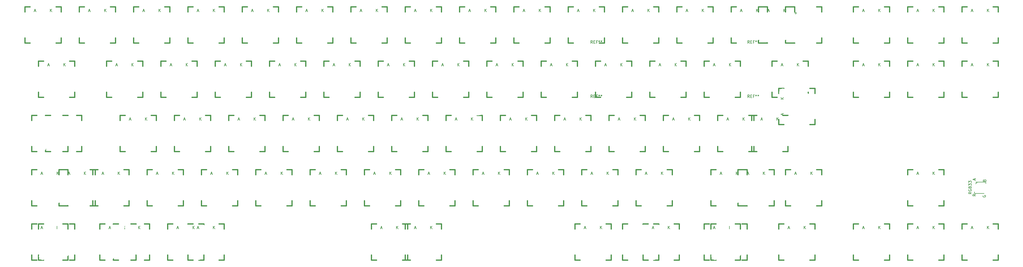
<source format=gto>
G04 #@! TF.FileFunction,Legend,Top*
%FSLAX46Y46*%
G04 Gerber Fmt 4.6, Leading zero omitted, Abs format (unit mm)*
G04 Created by KiCad (PCBNEW 4.0.5) date Sunday, March 05, 2017 'PMt' 02:31:46 PM*
%MOMM*%
%LPD*%
G01*
G04 APERTURE LIST*
%ADD10C,0.150000*%
%ADD11C,0.381000*%
%ADD12C,4.067810*%
%ADD13C,1.781810*%
%ADD14C,2.580000*%
%ADD15R,2.080000X2.080000*%
%ADD16C,2.080000*%
%ADD17C,6.380000*%
%ADD18C,3.080000*%
%ADD19C,0.979160*%
%ADD20R,1.680000X1.080000*%
%ADD21C,0.689600*%
%ADD22C,1.080000*%
%ADD23C,5.080000*%
%ADD24C,3.080000*%
%ADD25C,2.580000*%
G04 APERTURE END LIST*
D10*
D11*
X351631250Y-111125000D02*
X349853250Y-111125000D01*
X340709250Y-111125000D02*
X338931250Y-111125000D01*
X338931250Y-111125000D02*
X338931250Y-109347000D01*
X338931250Y-100203000D02*
X338931250Y-98425000D01*
X338931250Y-98425000D02*
X340709250Y-98425000D01*
X349853250Y-98425000D02*
X351631250Y-98425000D01*
X351631250Y-98425000D02*
X351631250Y-100203000D01*
X351631250Y-109347000D02*
X351631250Y-111125000D01*
X415925000Y-53975000D02*
X414147000Y-53975000D01*
X405003000Y-53975000D02*
X403225000Y-53975000D01*
X403225000Y-53975000D02*
X403225000Y-52197000D01*
X403225000Y-43053000D02*
X403225000Y-41275000D01*
X403225000Y-41275000D02*
X405003000Y-41275000D01*
X414147000Y-41275000D02*
X415925000Y-41275000D01*
X415925000Y-41275000D02*
X415925000Y-43053000D01*
X415925000Y-52197000D02*
X415925000Y-53975000D01*
X415925000Y-34925000D02*
X414147000Y-34925000D01*
X405003000Y-34925000D02*
X403225000Y-34925000D01*
X403225000Y-34925000D02*
X403225000Y-33147000D01*
X403225000Y-24003000D02*
X403225000Y-22225000D01*
X403225000Y-22225000D02*
X405003000Y-22225000D01*
X414147000Y-22225000D02*
X415925000Y-22225000D01*
X415925000Y-22225000D02*
X415925000Y-24003000D01*
X415925000Y-33147000D02*
X415925000Y-34925000D01*
X354012500Y-92075000D02*
X352234500Y-92075000D01*
X343090500Y-92075000D02*
X341312500Y-92075000D01*
X341312500Y-92075000D02*
X341312500Y-90297000D01*
X341312500Y-81153000D02*
X341312500Y-79375000D01*
X341312500Y-79375000D02*
X343090500Y-79375000D01*
X352234500Y-79375000D02*
X354012500Y-79375000D01*
X354012500Y-79375000D02*
X354012500Y-81153000D01*
X354012500Y-90297000D02*
X354012500Y-92075000D01*
X327818750Y-92075000D02*
X326040750Y-92075000D01*
X316896750Y-92075000D02*
X315118750Y-92075000D01*
X315118750Y-92075000D02*
X315118750Y-90297000D01*
X315118750Y-81153000D02*
X315118750Y-79375000D01*
X315118750Y-79375000D02*
X316896750Y-79375000D01*
X326040750Y-79375000D02*
X327818750Y-79375000D01*
X327818750Y-79375000D02*
X327818750Y-81153000D01*
X327818750Y-90297000D02*
X327818750Y-92075000D01*
X334962500Y-34925000D02*
X333184500Y-34925000D01*
X324040500Y-34925000D02*
X322262500Y-34925000D01*
X322262500Y-34925000D02*
X322262500Y-33147000D01*
X322262500Y-24003000D02*
X322262500Y-22225000D01*
X322262500Y-22225000D02*
X324040500Y-22225000D01*
X333184500Y-22225000D02*
X334962500Y-22225000D01*
X334962500Y-22225000D02*
X334962500Y-24003000D01*
X334962500Y-33147000D02*
X334962500Y-34925000D01*
X89693750Y-73025000D02*
X87915750Y-73025000D01*
X78771750Y-73025000D02*
X76993750Y-73025000D01*
X76993750Y-73025000D02*
X76993750Y-71247000D01*
X76993750Y-62103000D02*
X76993750Y-60325000D01*
X76993750Y-60325000D02*
X78771750Y-60325000D01*
X87915750Y-60325000D02*
X89693750Y-60325000D01*
X89693750Y-60325000D02*
X89693750Y-62103000D01*
X89693750Y-71247000D02*
X89693750Y-73025000D01*
X87312500Y-34925000D02*
X85534500Y-34925000D01*
X76390500Y-34925000D02*
X74612500Y-34925000D01*
X74612500Y-34925000D02*
X74612500Y-33147000D01*
X74612500Y-24003000D02*
X74612500Y-22225000D01*
X74612500Y-22225000D02*
X76390500Y-22225000D01*
X85534500Y-22225000D02*
X87312500Y-22225000D01*
X87312500Y-22225000D02*
X87312500Y-24003000D01*
X87312500Y-33147000D02*
X87312500Y-34925000D01*
X106362500Y-34925000D02*
X104584500Y-34925000D01*
X95440500Y-34925000D02*
X93662500Y-34925000D01*
X93662500Y-34925000D02*
X93662500Y-33147000D01*
X93662500Y-24003000D02*
X93662500Y-22225000D01*
X93662500Y-22225000D02*
X95440500Y-22225000D01*
X104584500Y-22225000D02*
X106362500Y-22225000D01*
X106362500Y-22225000D02*
X106362500Y-24003000D01*
X106362500Y-33147000D02*
X106362500Y-34925000D01*
X125412500Y-34925000D02*
X123634500Y-34925000D01*
X114490500Y-34925000D02*
X112712500Y-34925000D01*
X112712500Y-34925000D02*
X112712500Y-33147000D01*
X112712500Y-24003000D02*
X112712500Y-22225000D01*
X112712500Y-22225000D02*
X114490500Y-22225000D01*
X123634500Y-22225000D02*
X125412500Y-22225000D01*
X125412500Y-22225000D02*
X125412500Y-24003000D01*
X125412500Y-33147000D02*
X125412500Y-34925000D01*
X144462500Y-34925000D02*
X142684500Y-34925000D01*
X133540500Y-34925000D02*
X131762500Y-34925000D01*
X131762500Y-34925000D02*
X131762500Y-33147000D01*
X131762500Y-24003000D02*
X131762500Y-22225000D01*
X131762500Y-22225000D02*
X133540500Y-22225000D01*
X142684500Y-22225000D02*
X144462500Y-22225000D01*
X144462500Y-22225000D02*
X144462500Y-24003000D01*
X144462500Y-33147000D02*
X144462500Y-34925000D01*
X163512500Y-34925000D02*
X161734500Y-34925000D01*
X152590500Y-34925000D02*
X150812500Y-34925000D01*
X150812500Y-34925000D02*
X150812500Y-33147000D01*
X150812500Y-24003000D02*
X150812500Y-22225000D01*
X150812500Y-22225000D02*
X152590500Y-22225000D01*
X161734500Y-22225000D02*
X163512500Y-22225000D01*
X163512500Y-22225000D02*
X163512500Y-24003000D01*
X163512500Y-33147000D02*
X163512500Y-34925000D01*
X182562500Y-34925000D02*
X180784500Y-34925000D01*
X171640500Y-34925000D02*
X169862500Y-34925000D01*
X169862500Y-34925000D02*
X169862500Y-33147000D01*
X169862500Y-24003000D02*
X169862500Y-22225000D01*
X169862500Y-22225000D02*
X171640500Y-22225000D01*
X180784500Y-22225000D02*
X182562500Y-22225000D01*
X182562500Y-22225000D02*
X182562500Y-24003000D01*
X182562500Y-33147000D02*
X182562500Y-34925000D01*
X201612500Y-34925000D02*
X199834500Y-34925000D01*
X190690500Y-34925000D02*
X188912500Y-34925000D01*
X188912500Y-34925000D02*
X188912500Y-33147000D01*
X188912500Y-24003000D02*
X188912500Y-22225000D01*
X188912500Y-22225000D02*
X190690500Y-22225000D01*
X199834500Y-22225000D02*
X201612500Y-22225000D01*
X201612500Y-22225000D02*
X201612500Y-24003000D01*
X201612500Y-33147000D02*
X201612500Y-34925000D01*
X220662500Y-34925000D02*
X218884500Y-34925000D01*
X209740500Y-34925000D02*
X207962500Y-34925000D01*
X207962500Y-34925000D02*
X207962500Y-33147000D01*
X207962500Y-24003000D02*
X207962500Y-22225000D01*
X207962500Y-22225000D02*
X209740500Y-22225000D01*
X218884500Y-22225000D02*
X220662500Y-22225000D01*
X220662500Y-22225000D02*
X220662500Y-24003000D01*
X220662500Y-33147000D02*
X220662500Y-34925000D01*
X239712500Y-34925000D02*
X237934500Y-34925000D01*
X228790500Y-34925000D02*
X227012500Y-34925000D01*
X227012500Y-34925000D02*
X227012500Y-33147000D01*
X227012500Y-24003000D02*
X227012500Y-22225000D01*
X227012500Y-22225000D02*
X228790500Y-22225000D01*
X237934500Y-22225000D02*
X239712500Y-22225000D01*
X239712500Y-22225000D02*
X239712500Y-24003000D01*
X239712500Y-33147000D02*
X239712500Y-34925000D01*
X258762500Y-34925000D02*
X256984500Y-34925000D01*
X247840500Y-34925000D02*
X246062500Y-34925000D01*
X246062500Y-34925000D02*
X246062500Y-33147000D01*
X246062500Y-24003000D02*
X246062500Y-22225000D01*
X246062500Y-22225000D02*
X247840500Y-22225000D01*
X256984500Y-22225000D02*
X258762500Y-22225000D01*
X258762500Y-22225000D02*
X258762500Y-24003000D01*
X258762500Y-33147000D02*
X258762500Y-34925000D01*
X277812500Y-34925000D02*
X276034500Y-34925000D01*
X266890500Y-34925000D02*
X265112500Y-34925000D01*
X265112500Y-34925000D02*
X265112500Y-33147000D01*
X265112500Y-24003000D02*
X265112500Y-22225000D01*
X265112500Y-22225000D02*
X266890500Y-22225000D01*
X276034500Y-22225000D02*
X277812500Y-22225000D01*
X277812500Y-22225000D02*
X277812500Y-24003000D01*
X277812500Y-33147000D02*
X277812500Y-34925000D01*
X296862500Y-34925000D02*
X295084500Y-34925000D01*
X285940500Y-34925000D02*
X284162500Y-34925000D01*
X284162500Y-34925000D02*
X284162500Y-33147000D01*
X284162500Y-24003000D02*
X284162500Y-22225000D01*
X284162500Y-22225000D02*
X285940500Y-22225000D01*
X295084500Y-22225000D02*
X296862500Y-22225000D01*
X296862500Y-22225000D02*
X296862500Y-24003000D01*
X296862500Y-33147000D02*
X296862500Y-34925000D01*
X315912500Y-34925000D02*
X314134500Y-34925000D01*
X304990500Y-34925000D02*
X303212500Y-34925000D01*
X303212500Y-34925000D02*
X303212500Y-33147000D01*
X303212500Y-24003000D02*
X303212500Y-22225000D01*
X303212500Y-22225000D02*
X304990500Y-22225000D01*
X314134500Y-22225000D02*
X315912500Y-22225000D01*
X315912500Y-22225000D02*
X315912500Y-24003000D01*
X315912500Y-33147000D02*
X315912500Y-34925000D01*
X344487500Y-34925000D02*
X342709500Y-34925000D01*
X333565500Y-34925000D02*
X331787500Y-34925000D01*
X331787500Y-34925000D02*
X331787500Y-33147000D01*
X331787500Y-24003000D02*
X331787500Y-22225000D01*
X331787500Y-22225000D02*
X333565500Y-22225000D01*
X342709500Y-22225000D02*
X344487500Y-22225000D01*
X344487500Y-22225000D02*
X344487500Y-24003000D01*
X344487500Y-33147000D02*
X344487500Y-34925000D01*
X377825000Y-34925000D02*
X376047000Y-34925000D01*
X366903000Y-34925000D02*
X365125000Y-34925000D01*
X365125000Y-34925000D02*
X365125000Y-33147000D01*
X365125000Y-24003000D02*
X365125000Y-22225000D01*
X365125000Y-22225000D02*
X366903000Y-22225000D01*
X376047000Y-22225000D02*
X377825000Y-22225000D01*
X377825000Y-22225000D02*
X377825000Y-24003000D01*
X377825000Y-33147000D02*
X377825000Y-34925000D01*
X396875000Y-34925000D02*
X395097000Y-34925000D01*
X385953000Y-34925000D02*
X384175000Y-34925000D01*
X384175000Y-34925000D02*
X384175000Y-33147000D01*
X384175000Y-24003000D02*
X384175000Y-22225000D01*
X384175000Y-22225000D02*
X385953000Y-22225000D01*
X395097000Y-22225000D02*
X396875000Y-22225000D01*
X396875000Y-22225000D02*
X396875000Y-24003000D01*
X396875000Y-33147000D02*
X396875000Y-34925000D01*
X92075000Y-53975000D02*
X90297000Y-53975000D01*
X81153000Y-53975000D02*
X79375000Y-53975000D01*
X79375000Y-53975000D02*
X79375000Y-52197000D01*
X79375000Y-43053000D02*
X79375000Y-41275000D01*
X79375000Y-41275000D02*
X81153000Y-41275000D01*
X90297000Y-41275000D02*
X92075000Y-41275000D01*
X92075000Y-41275000D02*
X92075000Y-43053000D01*
X92075000Y-52197000D02*
X92075000Y-53975000D01*
X115887500Y-53975000D02*
X114109500Y-53975000D01*
X104965500Y-53975000D02*
X103187500Y-53975000D01*
X103187500Y-53975000D02*
X103187500Y-52197000D01*
X103187500Y-43053000D02*
X103187500Y-41275000D01*
X103187500Y-41275000D02*
X104965500Y-41275000D01*
X114109500Y-41275000D02*
X115887500Y-41275000D01*
X115887500Y-41275000D02*
X115887500Y-43053000D01*
X115887500Y-52197000D02*
X115887500Y-53975000D01*
X134937500Y-53975000D02*
X133159500Y-53975000D01*
X124015500Y-53975000D02*
X122237500Y-53975000D01*
X122237500Y-53975000D02*
X122237500Y-52197000D01*
X122237500Y-43053000D02*
X122237500Y-41275000D01*
X122237500Y-41275000D02*
X124015500Y-41275000D01*
X133159500Y-41275000D02*
X134937500Y-41275000D01*
X134937500Y-41275000D02*
X134937500Y-43053000D01*
X134937500Y-52197000D02*
X134937500Y-53975000D01*
X153987500Y-53975000D02*
X152209500Y-53975000D01*
X143065500Y-53975000D02*
X141287500Y-53975000D01*
X141287500Y-53975000D02*
X141287500Y-52197000D01*
X141287500Y-43053000D02*
X141287500Y-41275000D01*
X141287500Y-41275000D02*
X143065500Y-41275000D01*
X152209500Y-41275000D02*
X153987500Y-41275000D01*
X153987500Y-41275000D02*
X153987500Y-43053000D01*
X153987500Y-52197000D02*
X153987500Y-53975000D01*
X173037500Y-53975000D02*
X171259500Y-53975000D01*
X162115500Y-53975000D02*
X160337500Y-53975000D01*
X160337500Y-53975000D02*
X160337500Y-52197000D01*
X160337500Y-43053000D02*
X160337500Y-41275000D01*
X160337500Y-41275000D02*
X162115500Y-41275000D01*
X171259500Y-41275000D02*
X173037500Y-41275000D01*
X173037500Y-41275000D02*
X173037500Y-43053000D01*
X173037500Y-52197000D02*
X173037500Y-53975000D01*
X192087500Y-53975000D02*
X190309500Y-53975000D01*
X181165500Y-53975000D02*
X179387500Y-53975000D01*
X179387500Y-53975000D02*
X179387500Y-52197000D01*
X179387500Y-43053000D02*
X179387500Y-41275000D01*
X179387500Y-41275000D02*
X181165500Y-41275000D01*
X190309500Y-41275000D02*
X192087500Y-41275000D01*
X192087500Y-41275000D02*
X192087500Y-43053000D01*
X192087500Y-52197000D02*
X192087500Y-53975000D01*
X211137500Y-53975000D02*
X209359500Y-53975000D01*
X200215500Y-53975000D02*
X198437500Y-53975000D01*
X198437500Y-53975000D02*
X198437500Y-52197000D01*
X198437500Y-43053000D02*
X198437500Y-41275000D01*
X198437500Y-41275000D02*
X200215500Y-41275000D01*
X209359500Y-41275000D02*
X211137500Y-41275000D01*
X211137500Y-41275000D02*
X211137500Y-43053000D01*
X211137500Y-52197000D02*
X211137500Y-53975000D01*
X230187500Y-53975000D02*
X228409500Y-53975000D01*
X219265500Y-53975000D02*
X217487500Y-53975000D01*
X217487500Y-53975000D02*
X217487500Y-52197000D01*
X217487500Y-43053000D02*
X217487500Y-41275000D01*
X217487500Y-41275000D02*
X219265500Y-41275000D01*
X228409500Y-41275000D02*
X230187500Y-41275000D01*
X230187500Y-41275000D02*
X230187500Y-43053000D01*
X230187500Y-52197000D02*
X230187500Y-53975000D01*
X249237500Y-53975000D02*
X247459500Y-53975000D01*
X238315500Y-53975000D02*
X236537500Y-53975000D01*
X236537500Y-53975000D02*
X236537500Y-52197000D01*
X236537500Y-43053000D02*
X236537500Y-41275000D01*
X236537500Y-41275000D02*
X238315500Y-41275000D01*
X247459500Y-41275000D02*
X249237500Y-41275000D01*
X249237500Y-41275000D02*
X249237500Y-43053000D01*
X249237500Y-52197000D02*
X249237500Y-53975000D01*
X268287500Y-53975000D02*
X266509500Y-53975000D01*
X257365500Y-53975000D02*
X255587500Y-53975000D01*
X255587500Y-53975000D02*
X255587500Y-52197000D01*
X255587500Y-43053000D02*
X255587500Y-41275000D01*
X255587500Y-41275000D02*
X257365500Y-41275000D01*
X266509500Y-41275000D02*
X268287500Y-41275000D01*
X268287500Y-41275000D02*
X268287500Y-43053000D01*
X268287500Y-52197000D02*
X268287500Y-53975000D01*
X287337500Y-53975000D02*
X285559500Y-53975000D01*
X276415500Y-53975000D02*
X274637500Y-53975000D01*
X274637500Y-53975000D02*
X274637500Y-52197000D01*
X274637500Y-43053000D02*
X274637500Y-41275000D01*
X274637500Y-41275000D02*
X276415500Y-41275000D01*
X285559500Y-41275000D02*
X287337500Y-41275000D01*
X287337500Y-41275000D02*
X287337500Y-43053000D01*
X287337500Y-52197000D02*
X287337500Y-53975000D01*
X306387500Y-53975000D02*
X304609500Y-53975000D01*
X295465500Y-53975000D02*
X293687500Y-53975000D01*
X293687500Y-53975000D02*
X293687500Y-52197000D01*
X293687500Y-43053000D02*
X293687500Y-41275000D01*
X293687500Y-41275000D02*
X295465500Y-41275000D01*
X304609500Y-41275000D02*
X306387500Y-41275000D01*
X306387500Y-41275000D02*
X306387500Y-43053000D01*
X306387500Y-52197000D02*
X306387500Y-53975000D01*
X325437500Y-53975000D02*
X323659500Y-53975000D01*
X314515500Y-53975000D02*
X312737500Y-53975000D01*
X312737500Y-53975000D02*
X312737500Y-52197000D01*
X312737500Y-43053000D02*
X312737500Y-41275000D01*
X312737500Y-41275000D02*
X314515500Y-41275000D01*
X323659500Y-41275000D02*
X325437500Y-41275000D01*
X325437500Y-41275000D02*
X325437500Y-43053000D01*
X325437500Y-52197000D02*
X325437500Y-53975000D01*
X349250000Y-53975000D02*
X347472000Y-53975000D01*
X338328000Y-53975000D02*
X336550000Y-53975000D01*
X336550000Y-53975000D02*
X336550000Y-52197000D01*
X336550000Y-43053000D02*
X336550000Y-41275000D01*
X336550000Y-41275000D02*
X338328000Y-41275000D01*
X347472000Y-41275000D02*
X349250000Y-41275000D01*
X349250000Y-41275000D02*
X349250000Y-43053000D01*
X349250000Y-52197000D02*
X349250000Y-53975000D01*
X351631250Y-50800000D02*
X351631250Y-52578000D01*
X351631250Y-61722000D02*
X351631250Y-63500000D01*
X351631250Y-63500000D02*
X349853250Y-63500000D01*
X340709250Y-63500000D02*
X338931250Y-63500000D01*
X338931250Y-63500000D02*
X338931250Y-61722000D01*
X338931250Y-52578000D02*
X338931250Y-50800000D01*
X338931250Y-50800000D02*
X340709250Y-50800000D01*
X349853250Y-50800000D02*
X351631250Y-50800000D01*
X377825000Y-53975000D02*
X376047000Y-53975000D01*
X366903000Y-53975000D02*
X365125000Y-53975000D01*
X365125000Y-53975000D02*
X365125000Y-52197000D01*
X365125000Y-43053000D02*
X365125000Y-41275000D01*
X365125000Y-41275000D02*
X366903000Y-41275000D01*
X376047000Y-41275000D02*
X377825000Y-41275000D01*
X377825000Y-41275000D02*
X377825000Y-43053000D01*
X377825000Y-52197000D02*
X377825000Y-53975000D01*
X396875000Y-53975000D02*
X395097000Y-53975000D01*
X385953000Y-53975000D02*
X384175000Y-53975000D01*
X384175000Y-53975000D02*
X384175000Y-52197000D01*
X384175000Y-43053000D02*
X384175000Y-41275000D01*
X384175000Y-41275000D02*
X385953000Y-41275000D01*
X395097000Y-41275000D02*
X396875000Y-41275000D01*
X396875000Y-41275000D02*
X396875000Y-43053000D01*
X396875000Y-52197000D02*
X396875000Y-53975000D01*
X94456250Y-73025000D02*
X92678250Y-73025000D01*
X83534250Y-73025000D02*
X81756250Y-73025000D01*
X81756250Y-73025000D02*
X81756250Y-71247000D01*
X81756250Y-62103000D02*
X81756250Y-60325000D01*
X81756250Y-60325000D02*
X83534250Y-60325000D01*
X92678250Y-60325000D02*
X94456250Y-60325000D01*
X94456250Y-60325000D02*
X94456250Y-62103000D01*
X94456250Y-71247000D02*
X94456250Y-73025000D01*
X120650000Y-73025000D02*
X118872000Y-73025000D01*
X109728000Y-73025000D02*
X107950000Y-73025000D01*
X107950000Y-73025000D02*
X107950000Y-71247000D01*
X107950000Y-62103000D02*
X107950000Y-60325000D01*
X107950000Y-60325000D02*
X109728000Y-60325000D01*
X118872000Y-60325000D02*
X120650000Y-60325000D01*
X120650000Y-60325000D02*
X120650000Y-62103000D01*
X120650000Y-71247000D02*
X120650000Y-73025000D01*
X139700000Y-73025000D02*
X137922000Y-73025000D01*
X128778000Y-73025000D02*
X127000000Y-73025000D01*
X127000000Y-73025000D02*
X127000000Y-71247000D01*
X127000000Y-62103000D02*
X127000000Y-60325000D01*
X127000000Y-60325000D02*
X128778000Y-60325000D01*
X137922000Y-60325000D02*
X139700000Y-60325000D01*
X139700000Y-60325000D02*
X139700000Y-62103000D01*
X139700000Y-71247000D02*
X139700000Y-73025000D01*
X158750000Y-73025000D02*
X156972000Y-73025000D01*
X147828000Y-73025000D02*
X146050000Y-73025000D01*
X146050000Y-73025000D02*
X146050000Y-71247000D01*
X146050000Y-62103000D02*
X146050000Y-60325000D01*
X146050000Y-60325000D02*
X147828000Y-60325000D01*
X156972000Y-60325000D02*
X158750000Y-60325000D01*
X158750000Y-60325000D02*
X158750000Y-62103000D01*
X158750000Y-71247000D02*
X158750000Y-73025000D01*
X177800000Y-73025000D02*
X176022000Y-73025000D01*
X166878000Y-73025000D02*
X165100000Y-73025000D01*
X165100000Y-73025000D02*
X165100000Y-71247000D01*
X165100000Y-62103000D02*
X165100000Y-60325000D01*
X165100000Y-60325000D02*
X166878000Y-60325000D01*
X176022000Y-60325000D02*
X177800000Y-60325000D01*
X177800000Y-60325000D02*
X177800000Y-62103000D01*
X177800000Y-71247000D02*
X177800000Y-73025000D01*
X196850000Y-73025000D02*
X195072000Y-73025000D01*
X185928000Y-73025000D02*
X184150000Y-73025000D01*
X184150000Y-73025000D02*
X184150000Y-71247000D01*
X184150000Y-62103000D02*
X184150000Y-60325000D01*
X184150000Y-60325000D02*
X185928000Y-60325000D01*
X195072000Y-60325000D02*
X196850000Y-60325000D01*
X196850000Y-60325000D02*
X196850000Y-62103000D01*
X196850000Y-71247000D02*
X196850000Y-73025000D01*
X215900000Y-73025000D02*
X214122000Y-73025000D01*
X204978000Y-73025000D02*
X203200000Y-73025000D01*
X203200000Y-73025000D02*
X203200000Y-71247000D01*
X203200000Y-62103000D02*
X203200000Y-60325000D01*
X203200000Y-60325000D02*
X204978000Y-60325000D01*
X214122000Y-60325000D02*
X215900000Y-60325000D01*
X215900000Y-60325000D02*
X215900000Y-62103000D01*
X215900000Y-71247000D02*
X215900000Y-73025000D01*
X234950000Y-73025000D02*
X233172000Y-73025000D01*
X224028000Y-73025000D02*
X222250000Y-73025000D01*
X222250000Y-73025000D02*
X222250000Y-71247000D01*
X222250000Y-62103000D02*
X222250000Y-60325000D01*
X222250000Y-60325000D02*
X224028000Y-60325000D01*
X233172000Y-60325000D02*
X234950000Y-60325000D01*
X234950000Y-60325000D02*
X234950000Y-62103000D01*
X234950000Y-71247000D02*
X234950000Y-73025000D01*
X254000000Y-73025000D02*
X252222000Y-73025000D01*
X243078000Y-73025000D02*
X241300000Y-73025000D01*
X241300000Y-73025000D02*
X241300000Y-71247000D01*
X241300000Y-62103000D02*
X241300000Y-60325000D01*
X241300000Y-60325000D02*
X243078000Y-60325000D01*
X252222000Y-60325000D02*
X254000000Y-60325000D01*
X254000000Y-60325000D02*
X254000000Y-62103000D01*
X254000000Y-71247000D02*
X254000000Y-73025000D01*
X273050000Y-73025000D02*
X271272000Y-73025000D01*
X262128000Y-73025000D02*
X260350000Y-73025000D01*
X260350000Y-73025000D02*
X260350000Y-71247000D01*
X260350000Y-62103000D02*
X260350000Y-60325000D01*
X260350000Y-60325000D02*
X262128000Y-60325000D01*
X271272000Y-60325000D02*
X273050000Y-60325000D01*
X273050000Y-60325000D02*
X273050000Y-62103000D01*
X273050000Y-71247000D02*
X273050000Y-73025000D01*
X292100000Y-73025000D02*
X290322000Y-73025000D01*
X281178000Y-73025000D02*
X279400000Y-73025000D01*
X279400000Y-73025000D02*
X279400000Y-71247000D01*
X279400000Y-62103000D02*
X279400000Y-60325000D01*
X279400000Y-60325000D02*
X281178000Y-60325000D01*
X290322000Y-60325000D02*
X292100000Y-60325000D01*
X292100000Y-60325000D02*
X292100000Y-62103000D01*
X292100000Y-71247000D02*
X292100000Y-73025000D01*
X311150000Y-73025000D02*
X309372000Y-73025000D01*
X300228000Y-73025000D02*
X298450000Y-73025000D01*
X298450000Y-73025000D02*
X298450000Y-71247000D01*
X298450000Y-62103000D02*
X298450000Y-60325000D01*
X298450000Y-60325000D02*
X300228000Y-60325000D01*
X309372000Y-60325000D02*
X311150000Y-60325000D01*
X311150000Y-60325000D02*
X311150000Y-62103000D01*
X311150000Y-71247000D02*
X311150000Y-73025000D01*
X342106250Y-73025000D02*
X340328250Y-73025000D01*
X331184250Y-73025000D02*
X329406250Y-73025000D01*
X329406250Y-73025000D02*
X329406250Y-71247000D01*
X329406250Y-62103000D02*
X329406250Y-60325000D01*
X329406250Y-60325000D02*
X331184250Y-60325000D01*
X340328250Y-60325000D02*
X342106250Y-60325000D01*
X342106250Y-60325000D02*
X342106250Y-62103000D01*
X342106250Y-71247000D02*
X342106250Y-73025000D01*
X330200000Y-73025000D02*
X328422000Y-73025000D01*
X319278000Y-73025000D02*
X317500000Y-73025000D01*
X317500000Y-73025000D02*
X317500000Y-71247000D01*
X317500000Y-62103000D02*
X317500000Y-60325000D01*
X317500000Y-60325000D02*
X319278000Y-60325000D01*
X328422000Y-60325000D02*
X330200000Y-60325000D01*
X330200000Y-60325000D02*
X330200000Y-62103000D01*
X330200000Y-71247000D02*
X330200000Y-73025000D01*
X99218750Y-92075000D02*
X97440750Y-92075000D01*
X88296750Y-92075000D02*
X86518750Y-92075000D01*
X86518750Y-92075000D02*
X86518750Y-90297000D01*
X86518750Y-81153000D02*
X86518750Y-79375000D01*
X86518750Y-79375000D02*
X88296750Y-79375000D01*
X97440750Y-79375000D02*
X99218750Y-79375000D01*
X99218750Y-79375000D02*
X99218750Y-81153000D01*
X99218750Y-90297000D02*
X99218750Y-92075000D01*
X89693750Y-92075000D02*
X87915750Y-92075000D01*
X78771750Y-92075000D02*
X76993750Y-92075000D01*
X76993750Y-92075000D02*
X76993750Y-90297000D01*
X76993750Y-81153000D02*
X76993750Y-79375000D01*
X76993750Y-79375000D02*
X78771750Y-79375000D01*
X87915750Y-79375000D02*
X89693750Y-79375000D01*
X89693750Y-79375000D02*
X89693750Y-81153000D01*
X89693750Y-90297000D02*
X89693750Y-92075000D01*
X111125000Y-92075000D02*
X109347000Y-92075000D01*
X100203000Y-92075000D02*
X98425000Y-92075000D01*
X98425000Y-92075000D02*
X98425000Y-90297000D01*
X98425000Y-81153000D02*
X98425000Y-79375000D01*
X98425000Y-79375000D02*
X100203000Y-79375000D01*
X109347000Y-79375000D02*
X111125000Y-79375000D01*
X111125000Y-79375000D02*
X111125000Y-81153000D01*
X111125000Y-90297000D02*
X111125000Y-92075000D01*
X130175000Y-92075000D02*
X128397000Y-92075000D01*
X119253000Y-92075000D02*
X117475000Y-92075000D01*
X117475000Y-92075000D02*
X117475000Y-90297000D01*
X117475000Y-81153000D02*
X117475000Y-79375000D01*
X117475000Y-79375000D02*
X119253000Y-79375000D01*
X128397000Y-79375000D02*
X130175000Y-79375000D01*
X130175000Y-79375000D02*
X130175000Y-81153000D01*
X130175000Y-90297000D02*
X130175000Y-92075000D01*
X149225000Y-92075000D02*
X147447000Y-92075000D01*
X138303000Y-92075000D02*
X136525000Y-92075000D01*
X136525000Y-92075000D02*
X136525000Y-90297000D01*
X136525000Y-81153000D02*
X136525000Y-79375000D01*
X136525000Y-79375000D02*
X138303000Y-79375000D01*
X147447000Y-79375000D02*
X149225000Y-79375000D01*
X149225000Y-79375000D02*
X149225000Y-81153000D01*
X149225000Y-90297000D02*
X149225000Y-92075000D01*
X168275000Y-92075000D02*
X166497000Y-92075000D01*
X157353000Y-92075000D02*
X155575000Y-92075000D01*
X155575000Y-92075000D02*
X155575000Y-90297000D01*
X155575000Y-81153000D02*
X155575000Y-79375000D01*
X155575000Y-79375000D02*
X157353000Y-79375000D01*
X166497000Y-79375000D02*
X168275000Y-79375000D01*
X168275000Y-79375000D02*
X168275000Y-81153000D01*
X168275000Y-90297000D02*
X168275000Y-92075000D01*
X187325000Y-92075000D02*
X185547000Y-92075000D01*
X176403000Y-92075000D02*
X174625000Y-92075000D01*
X174625000Y-92075000D02*
X174625000Y-90297000D01*
X174625000Y-81153000D02*
X174625000Y-79375000D01*
X174625000Y-79375000D02*
X176403000Y-79375000D01*
X185547000Y-79375000D02*
X187325000Y-79375000D01*
X187325000Y-79375000D02*
X187325000Y-81153000D01*
X187325000Y-90297000D02*
X187325000Y-92075000D01*
X206375000Y-92075000D02*
X204597000Y-92075000D01*
X195453000Y-92075000D02*
X193675000Y-92075000D01*
X193675000Y-92075000D02*
X193675000Y-90297000D01*
X193675000Y-81153000D02*
X193675000Y-79375000D01*
X193675000Y-79375000D02*
X195453000Y-79375000D01*
X204597000Y-79375000D02*
X206375000Y-79375000D01*
X206375000Y-79375000D02*
X206375000Y-81153000D01*
X206375000Y-90297000D02*
X206375000Y-92075000D01*
X225425000Y-92075000D02*
X223647000Y-92075000D01*
X214503000Y-92075000D02*
X212725000Y-92075000D01*
X212725000Y-92075000D02*
X212725000Y-90297000D01*
X212725000Y-81153000D02*
X212725000Y-79375000D01*
X212725000Y-79375000D02*
X214503000Y-79375000D01*
X223647000Y-79375000D02*
X225425000Y-79375000D01*
X225425000Y-79375000D02*
X225425000Y-81153000D01*
X225425000Y-90297000D02*
X225425000Y-92075000D01*
X244475000Y-92075000D02*
X242697000Y-92075000D01*
X233553000Y-92075000D02*
X231775000Y-92075000D01*
X231775000Y-92075000D02*
X231775000Y-90297000D01*
X231775000Y-81153000D02*
X231775000Y-79375000D01*
X231775000Y-79375000D02*
X233553000Y-79375000D01*
X242697000Y-79375000D02*
X244475000Y-79375000D01*
X244475000Y-79375000D02*
X244475000Y-81153000D01*
X244475000Y-90297000D02*
X244475000Y-92075000D01*
X263525000Y-92075000D02*
X261747000Y-92075000D01*
X252603000Y-92075000D02*
X250825000Y-92075000D01*
X250825000Y-92075000D02*
X250825000Y-90297000D01*
X250825000Y-81153000D02*
X250825000Y-79375000D01*
X250825000Y-79375000D02*
X252603000Y-79375000D01*
X261747000Y-79375000D02*
X263525000Y-79375000D01*
X263525000Y-79375000D02*
X263525000Y-81153000D01*
X263525000Y-90297000D02*
X263525000Y-92075000D01*
X282575000Y-92075000D02*
X280797000Y-92075000D01*
X271653000Y-92075000D02*
X269875000Y-92075000D01*
X269875000Y-92075000D02*
X269875000Y-90297000D01*
X269875000Y-81153000D02*
X269875000Y-79375000D01*
X269875000Y-79375000D02*
X271653000Y-79375000D01*
X280797000Y-79375000D02*
X282575000Y-79375000D01*
X282575000Y-79375000D02*
X282575000Y-81153000D01*
X282575000Y-90297000D02*
X282575000Y-92075000D01*
X301625000Y-92075000D02*
X299847000Y-92075000D01*
X290703000Y-92075000D02*
X288925000Y-92075000D01*
X288925000Y-92075000D02*
X288925000Y-90297000D01*
X288925000Y-81153000D02*
X288925000Y-79375000D01*
X288925000Y-79375000D02*
X290703000Y-79375000D01*
X299847000Y-79375000D02*
X301625000Y-79375000D01*
X301625000Y-79375000D02*
X301625000Y-81153000D01*
X301625000Y-90297000D02*
X301625000Y-92075000D01*
X337343750Y-92075000D02*
X335565750Y-92075000D01*
X326421750Y-92075000D02*
X324643750Y-92075000D01*
X324643750Y-92075000D02*
X324643750Y-90297000D01*
X324643750Y-81153000D02*
X324643750Y-79375000D01*
X324643750Y-79375000D02*
X326421750Y-79375000D01*
X335565750Y-79375000D02*
X337343750Y-79375000D01*
X337343750Y-79375000D02*
X337343750Y-81153000D01*
X337343750Y-90297000D02*
X337343750Y-92075000D01*
X396875000Y-92075000D02*
X395097000Y-92075000D01*
X385953000Y-92075000D02*
X384175000Y-92075000D01*
X384175000Y-92075000D02*
X384175000Y-90297000D01*
X384175000Y-81153000D02*
X384175000Y-79375000D01*
X384175000Y-79375000D02*
X385953000Y-79375000D01*
X395097000Y-79375000D02*
X396875000Y-79375000D01*
X396875000Y-79375000D02*
X396875000Y-81153000D01*
X396875000Y-90297000D02*
X396875000Y-92075000D01*
X89693750Y-111125000D02*
X87915750Y-111125000D01*
X78771750Y-111125000D02*
X76993750Y-111125000D01*
X76993750Y-111125000D02*
X76993750Y-109347000D01*
X76993750Y-100203000D02*
X76993750Y-98425000D01*
X76993750Y-98425000D02*
X78771750Y-98425000D01*
X87915750Y-98425000D02*
X89693750Y-98425000D01*
X89693750Y-98425000D02*
X89693750Y-100203000D01*
X89693750Y-109347000D02*
X89693750Y-111125000D01*
X113506250Y-111125000D02*
X111728250Y-111125000D01*
X102584250Y-111125000D02*
X100806250Y-111125000D01*
X100806250Y-111125000D02*
X100806250Y-109347000D01*
X100806250Y-100203000D02*
X100806250Y-98425000D01*
X100806250Y-98425000D02*
X102584250Y-98425000D01*
X111728250Y-98425000D02*
X113506250Y-98425000D01*
X113506250Y-98425000D02*
X113506250Y-100203000D01*
X113506250Y-109347000D02*
X113506250Y-111125000D01*
X118268750Y-111125000D02*
X116490750Y-111125000D01*
X107346750Y-111125000D02*
X105568750Y-111125000D01*
X105568750Y-111125000D02*
X105568750Y-109347000D01*
X105568750Y-100203000D02*
X105568750Y-98425000D01*
X105568750Y-98425000D02*
X107346750Y-98425000D01*
X116490750Y-98425000D02*
X118268750Y-98425000D01*
X118268750Y-98425000D02*
X118268750Y-100203000D01*
X118268750Y-109347000D02*
X118268750Y-111125000D01*
X137318750Y-111125000D02*
X135540750Y-111125000D01*
X126396750Y-111125000D02*
X124618750Y-111125000D01*
X124618750Y-111125000D02*
X124618750Y-109347000D01*
X124618750Y-100203000D02*
X124618750Y-98425000D01*
X124618750Y-98425000D02*
X126396750Y-98425000D01*
X135540750Y-98425000D02*
X137318750Y-98425000D01*
X137318750Y-98425000D02*
X137318750Y-100203000D01*
X137318750Y-109347000D02*
X137318750Y-111125000D01*
X144462500Y-111125000D02*
X142684500Y-111125000D01*
X133540500Y-111125000D02*
X131762500Y-111125000D01*
X131762500Y-111125000D02*
X131762500Y-109347000D01*
X131762500Y-100203000D02*
X131762500Y-98425000D01*
X131762500Y-98425000D02*
X133540500Y-98425000D01*
X142684500Y-98425000D02*
X144462500Y-98425000D01*
X144462500Y-98425000D02*
X144462500Y-100203000D01*
X144462500Y-109347000D02*
X144462500Y-111125000D01*
X208756250Y-111125000D02*
X206978250Y-111125000D01*
X197834250Y-111125000D02*
X196056250Y-111125000D01*
X196056250Y-111125000D02*
X196056250Y-109347000D01*
X196056250Y-100203000D02*
X196056250Y-98425000D01*
X196056250Y-98425000D02*
X197834250Y-98425000D01*
X206978250Y-98425000D02*
X208756250Y-98425000D01*
X208756250Y-98425000D02*
X208756250Y-100203000D01*
X208756250Y-109347000D02*
X208756250Y-111125000D01*
X220662500Y-111125000D02*
X218884500Y-111125000D01*
X209740500Y-111125000D02*
X207962500Y-111125000D01*
X207962500Y-111125000D02*
X207962500Y-109347000D01*
X207962500Y-100203000D02*
X207962500Y-98425000D01*
X207962500Y-98425000D02*
X209740500Y-98425000D01*
X218884500Y-98425000D02*
X220662500Y-98425000D01*
X220662500Y-98425000D02*
X220662500Y-100203000D01*
X220662500Y-109347000D02*
X220662500Y-111125000D01*
X280193750Y-111125000D02*
X278415750Y-111125000D01*
X269271750Y-111125000D02*
X267493750Y-111125000D01*
X267493750Y-111125000D02*
X267493750Y-109347000D01*
X267493750Y-100203000D02*
X267493750Y-98425000D01*
X267493750Y-98425000D02*
X269271750Y-98425000D01*
X278415750Y-98425000D02*
X280193750Y-98425000D01*
X280193750Y-98425000D02*
X280193750Y-100203000D01*
X280193750Y-109347000D02*
X280193750Y-111125000D01*
X304006250Y-111125000D02*
X302228250Y-111125000D01*
X293084250Y-111125000D02*
X291306250Y-111125000D01*
X291306250Y-111125000D02*
X291306250Y-109347000D01*
X291306250Y-100203000D02*
X291306250Y-98425000D01*
X291306250Y-98425000D02*
X293084250Y-98425000D01*
X302228250Y-98425000D02*
X304006250Y-98425000D01*
X304006250Y-98425000D02*
X304006250Y-100203000D01*
X304006250Y-109347000D02*
X304006250Y-111125000D01*
X325437500Y-111125000D02*
X323659500Y-111125000D01*
X314515500Y-111125000D02*
X312737500Y-111125000D01*
X312737500Y-111125000D02*
X312737500Y-109347000D01*
X312737500Y-100203000D02*
X312737500Y-98425000D01*
X312737500Y-98425000D02*
X314515500Y-98425000D01*
X323659500Y-98425000D02*
X325437500Y-98425000D01*
X325437500Y-98425000D02*
X325437500Y-100203000D01*
X325437500Y-109347000D02*
X325437500Y-111125000D01*
X377825000Y-111125000D02*
X376047000Y-111125000D01*
X366903000Y-111125000D02*
X365125000Y-111125000D01*
X365125000Y-111125000D02*
X365125000Y-109347000D01*
X365125000Y-100203000D02*
X365125000Y-98425000D01*
X365125000Y-98425000D02*
X366903000Y-98425000D01*
X376047000Y-98425000D02*
X377825000Y-98425000D01*
X377825000Y-98425000D02*
X377825000Y-100203000D01*
X377825000Y-109347000D02*
X377825000Y-111125000D01*
X396875000Y-111125000D02*
X395097000Y-111125000D01*
X385953000Y-111125000D02*
X384175000Y-111125000D01*
X384175000Y-111125000D02*
X384175000Y-109347000D01*
X384175000Y-100203000D02*
X384175000Y-98425000D01*
X384175000Y-98425000D02*
X385953000Y-98425000D01*
X395097000Y-98425000D02*
X396875000Y-98425000D01*
X396875000Y-98425000D02*
X396875000Y-100203000D01*
X396875000Y-109347000D02*
X396875000Y-111125000D01*
X415925000Y-111125000D02*
X414147000Y-111125000D01*
X405003000Y-111125000D02*
X403225000Y-111125000D01*
X403225000Y-111125000D02*
X403225000Y-109347000D01*
X403225000Y-100203000D02*
X403225000Y-98425000D01*
X403225000Y-98425000D02*
X405003000Y-98425000D01*
X414147000Y-98425000D02*
X415925000Y-98425000D01*
X415925000Y-98425000D02*
X415925000Y-100203000D01*
X415925000Y-109347000D02*
X415925000Y-111125000D01*
X92075000Y-111125000D02*
X90297000Y-111125000D01*
X81153000Y-111125000D02*
X79375000Y-111125000D01*
X79375000Y-111125000D02*
X79375000Y-109347000D01*
X79375000Y-100203000D02*
X79375000Y-98425000D01*
X79375000Y-98425000D02*
X81153000Y-98425000D01*
X90297000Y-98425000D02*
X92075000Y-98425000D01*
X92075000Y-98425000D02*
X92075000Y-100203000D01*
X92075000Y-109347000D02*
X92075000Y-111125000D01*
X296862500Y-111125000D02*
X295084500Y-111125000D01*
X285940500Y-111125000D02*
X284162500Y-111125000D01*
X284162500Y-111125000D02*
X284162500Y-109347000D01*
X284162500Y-100203000D02*
X284162500Y-98425000D01*
X284162500Y-98425000D02*
X285940500Y-98425000D01*
X295084500Y-98425000D02*
X296862500Y-98425000D01*
X296862500Y-98425000D02*
X296862500Y-100203000D01*
X296862500Y-109347000D02*
X296862500Y-111125000D01*
X327818750Y-111125000D02*
X326040750Y-111125000D01*
X316896750Y-111125000D02*
X315118750Y-111125000D01*
X315118750Y-111125000D02*
X315118750Y-109347000D01*
X315118750Y-100203000D02*
X315118750Y-98425000D01*
X315118750Y-98425000D02*
X316896750Y-98425000D01*
X326040750Y-98425000D02*
X327818750Y-98425000D01*
X327818750Y-98425000D02*
X327818750Y-100203000D01*
X327818750Y-109347000D02*
X327818750Y-111125000D01*
D10*
X410575000Y-87725000D02*
X410975000Y-87725000D01*
X411575000Y-83725000D02*
X411575000Y-84225000D01*
X410575000Y-83725000D02*
X411575000Y-83725000D01*
X407575000Y-87725000D02*
X407575000Y-87125000D01*
X407575000Y-87725000D02*
X407975000Y-87725000D01*
X407975000Y-84325000D02*
X408575000Y-83725000D01*
X410575000Y-83725000D02*
X407975000Y-83725000D01*
X407975000Y-87725000D02*
X410575000Y-87725000D01*
D11*
X354012500Y-34925000D02*
X352234500Y-34925000D01*
X343090500Y-34925000D02*
X341312500Y-34925000D01*
X341312500Y-34925000D02*
X341312500Y-33147000D01*
X341312500Y-24003000D02*
X341312500Y-22225000D01*
X341312500Y-22225000D02*
X343090500Y-22225000D01*
X352234500Y-22225000D02*
X354012500Y-22225000D01*
X354012500Y-22225000D02*
X354012500Y-24003000D01*
X354012500Y-33147000D02*
X354012500Y-34925000D01*
X351631250Y-63500000D02*
X349853250Y-63500000D01*
X340709250Y-63500000D02*
X338931250Y-63500000D01*
X338931250Y-63500000D02*
X338931250Y-61722000D01*
X338931250Y-52578000D02*
X338931250Y-50800000D01*
X338931250Y-50800000D02*
X340709250Y-50800000D01*
X349853250Y-50800000D02*
X351631250Y-50800000D01*
X351631250Y-50800000D02*
X351631250Y-52578000D01*
X351631250Y-61722000D02*
X351631250Y-63500000D01*
D10*
X342249155Y-99861667D02*
X342725346Y-99861667D01*
X342153917Y-100147381D02*
X342487250Y-99147381D01*
X342820584Y-100147381D01*
X347813345Y-100147381D02*
X347813345Y-99147381D01*
X348384774Y-100147381D02*
X347956202Y-99575952D01*
X348384774Y-99147381D02*
X347813345Y-99718810D01*
X406542905Y-42711667D02*
X407019096Y-42711667D01*
X406447667Y-42997381D02*
X406781000Y-41997381D01*
X407114334Y-42997381D01*
X412107095Y-42997381D02*
X412107095Y-41997381D01*
X412678524Y-42997381D02*
X412249952Y-42425952D01*
X412678524Y-41997381D02*
X412107095Y-42568810D01*
X406542905Y-23661667D02*
X407019096Y-23661667D01*
X406447667Y-23947381D02*
X406781000Y-22947381D01*
X407114334Y-23947381D01*
X412107095Y-23947381D02*
X412107095Y-22947381D01*
X412678524Y-23947381D02*
X412249952Y-23375952D01*
X412678524Y-22947381D02*
X412107095Y-23518810D01*
X344630405Y-80811667D02*
X345106596Y-80811667D01*
X344535167Y-81097381D02*
X344868500Y-80097381D01*
X345201834Y-81097381D01*
X350194595Y-81097381D02*
X350194595Y-80097381D01*
X350766024Y-81097381D02*
X350337452Y-80525952D01*
X350766024Y-80097381D02*
X350194595Y-80668810D01*
X318436655Y-80811667D02*
X318912846Y-80811667D01*
X318341417Y-81097381D02*
X318674750Y-80097381D01*
X319008084Y-81097381D01*
X324000845Y-81097381D02*
X324000845Y-80097381D01*
X324572274Y-81097381D02*
X324143702Y-80525952D01*
X324572274Y-80097381D02*
X324000845Y-80668810D01*
X325580405Y-23661667D02*
X326056596Y-23661667D01*
X325485167Y-23947381D02*
X325818500Y-22947381D01*
X326151834Y-23947381D01*
X331144595Y-23947381D02*
X331144595Y-22947381D01*
X331716024Y-23947381D02*
X331287452Y-23375952D01*
X331716024Y-22947381D02*
X331144595Y-23518810D01*
X77930405Y-23661667D02*
X78406596Y-23661667D01*
X77835167Y-23947381D02*
X78168500Y-22947381D01*
X78501834Y-23947381D01*
X83494595Y-23947381D02*
X83494595Y-22947381D01*
X84066024Y-23947381D02*
X83637452Y-23375952D01*
X84066024Y-22947381D02*
X83494595Y-23518810D01*
X96980405Y-23661667D02*
X97456596Y-23661667D01*
X96885167Y-23947381D02*
X97218500Y-22947381D01*
X97551834Y-23947381D01*
X102544595Y-23947381D02*
X102544595Y-22947381D01*
X103116024Y-23947381D02*
X102687452Y-23375952D01*
X103116024Y-22947381D02*
X102544595Y-23518810D01*
X116030405Y-23661667D02*
X116506596Y-23661667D01*
X115935167Y-23947381D02*
X116268500Y-22947381D01*
X116601834Y-23947381D01*
X121594595Y-23947381D02*
X121594595Y-22947381D01*
X122166024Y-23947381D02*
X121737452Y-23375952D01*
X122166024Y-22947381D02*
X121594595Y-23518810D01*
X135080405Y-23661667D02*
X135556596Y-23661667D01*
X134985167Y-23947381D02*
X135318500Y-22947381D01*
X135651834Y-23947381D01*
X140644595Y-23947381D02*
X140644595Y-22947381D01*
X141216024Y-23947381D02*
X140787452Y-23375952D01*
X141216024Y-22947381D02*
X140644595Y-23518810D01*
X154130405Y-23661667D02*
X154606596Y-23661667D01*
X154035167Y-23947381D02*
X154368500Y-22947381D01*
X154701834Y-23947381D01*
X159694595Y-23947381D02*
X159694595Y-22947381D01*
X160266024Y-23947381D02*
X159837452Y-23375952D01*
X160266024Y-22947381D02*
X159694595Y-23518810D01*
X173180405Y-23661667D02*
X173656596Y-23661667D01*
X173085167Y-23947381D02*
X173418500Y-22947381D01*
X173751834Y-23947381D01*
X178744595Y-23947381D02*
X178744595Y-22947381D01*
X179316024Y-23947381D02*
X178887452Y-23375952D01*
X179316024Y-22947381D02*
X178744595Y-23518810D01*
X192230405Y-23661667D02*
X192706596Y-23661667D01*
X192135167Y-23947381D02*
X192468500Y-22947381D01*
X192801834Y-23947381D01*
X197794595Y-23947381D02*
X197794595Y-22947381D01*
X198366024Y-23947381D02*
X197937452Y-23375952D01*
X198366024Y-22947381D02*
X197794595Y-23518810D01*
X211280405Y-23661667D02*
X211756596Y-23661667D01*
X211185167Y-23947381D02*
X211518500Y-22947381D01*
X211851834Y-23947381D01*
X216844595Y-23947381D02*
X216844595Y-22947381D01*
X217416024Y-23947381D02*
X216987452Y-23375952D01*
X217416024Y-22947381D02*
X216844595Y-23518810D01*
X230330405Y-23661667D02*
X230806596Y-23661667D01*
X230235167Y-23947381D02*
X230568500Y-22947381D01*
X230901834Y-23947381D01*
X235894595Y-23947381D02*
X235894595Y-22947381D01*
X236466024Y-23947381D02*
X236037452Y-23375952D01*
X236466024Y-22947381D02*
X235894595Y-23518810D01*
X249380405Y-23661667D02*
X249856596Y-23661667D01*
X249285167Y-23947381D02*
X249618500Y-22947381D01*
X249951834Y-23947381D01*
X254944595Y-23947381D02*
X254944595Y-22947381D01*
X255516024Y-23947381D02*
X255087452Y-23375952D01*
X255516024Y-22947381D02*
X254944595Y-23518810D01*
X268430405Y-23661667D02*
X268906596Y-23661667D01*
X268335167Y-23947381D02*
X268668500Y-22947381D01*
X269001834Y-23947381D01*
X273994595Y-23947381D02*
X273994595Y-22947381D01*
X274566024Y-23947381D02*
X274137452Y-23375952D01*
X274566024Y-22947381D02*
X273994595Y-23518810D01*
X287480405Y-23661667D02*
X287956596Y-23661667D01*
X287385167Y-23947381D02*
X287718500Y-22947381D01*
X288051834Y-23947381D01*
X293044595Y-23947381D02*
X293044595Y-22947381D01*
X293616024Y-23947381D02*
X293187452Y-23375952D01*
X293616024Y-22947381D02*
X293044595Y-23518810D01*
X306530405Y-23661667D02*
X307006596Y-23661667D01*
X306435167Y-23947381D02*
X306768500Y-22947381D01*
X307101834Y-23947381D01*
X312094595Y-23947381D02*
X312094595Y-22947381D01*
X312666024Y-23947381D02*
X312237452Y-23375952D01*
X312666024Y-22947381D02*
X312094595Y-23518810D01*
X335105405Y-23661667D02*
X335581596Y-23661667D01*
X335010167Y-23947381D02*
X335343500Y-22947381D01*
X335676834Y-23947381D01*
X340669595Y-23947381D02*
X340669595Y-22947381D01*
X341241024Y-23947381D02*
X340812452Y-23375952D01*
X341241024Y-22947381D02*
X340669595Y-23518810D01*
X368442905Y-23661667D02*
X368919096Y-23661667D01*
X368347667Y-23947381D02*
X368681000Y-22947381D01*
X369014334Y-23947381D01*
X374007095Y-23947381D02*
X374007095Y-22947381D01*
X374578524Y-23947381D02*
X374149952Y-23375952D01*
X374578524Y-22947381D02*
X374007095Y-23518810D01*
X387492905Y-23661667D02*
X387969096Y-23661667D01*
X387397667Y-23947381D02*
X387731000Y-22947381D01*
X388064334Y-23947381D01*
X393057095Y-23947381D02*
X393057095Y-22947381D01*
X393628524Y-23947381D02*
X393199952Y-23375952D01*
X393628524Y-22947381D02*
X393057095Y-23518810D01*
X82692905Y-42711667D02*
X83169096Y-42711667D01*
X82597667Y-42997381D02*
X82931000Y-41997381D01*
X83264334Y-42997381D01*
X88257095Y-42997381D02*
X88257095Y-41997381D01*
X88828524Y-42997381D02*
X88399952Y-42425952D01*
X88828524Y-41997381D02*
X88257095Y-42568810D01*
X106505405Y-42711667D02*
X106981596Y-42711667D01*
X106410167Y-42997381D02*
X106743500Y-41997381D01*
X107076834Y-42997381D01*
X112069595Y-42997381D02*
X112069595Y-41997381D01*
X112641024Y-42997381D02*
X112212452Y-42425952D01*
X112641024Y-41997381D02*
X112069595Y-42568810D01*
X125555405Y-42711667D02*
X126031596Y-42711667D01*
X125460167Y-42997381D02*
X125793500Y-41997381D01*
X126126834Y-42997381D01*
X131119595Y-42997381D02*
X131119595Y-41997381D01*
X131691024Y-42997381D02*
X131262452Y-42425952D01*
X131691024Y-41997381D02*
X131119595Y-42568810D01*
X144605405Y-42711667D02*
X145081596Y-42711667D01*
X144510167Y-42997381D02*
X144843500Y-41997381D01*
X145176834Y-42997381D01*
X150169595Y-42997381D02*
X150169595Y-41997381D01*
X150741024Y-42997381D02*
X150312452Y-42425952D01*
X150741024Y-41997381D02*
X150169595Y-42568810D01*
X163655405Y-42711667D02*
X164131596Y-42711667D01*
X163560167Y-42997381D02*
X163893500Y-41997381D01*
X164226834Y-42997381D01*
X169219595Y-42997381D02*
X169219595Y-41997381D01*
X169791024Y-42997381D02*
X169362452Y-42425952D01*
X169791024Y-41997381D02*
X169219595Y-42568810D01*
X182705405Y-42711667D02*
X183181596Y-42711667D01*
X182610167Y-42997381D02*
X182943500Y-41997381D01*
X183276834Y-42997381D01*
X188269595Y-42997381D02*
X188269595Y-41997381D01*
X188841024Y-42997381D02*
X188412452Y-42425952D01*
X188841024Y-41997381D02*
X188269595Y-42568810D01*
X201755405Y-42711667D02*
X202231596Y-42711667D01*
X201660167Y-42997381D02*
X201993500Y-41997381D01*
X202326834Y-42997381D01*
X207319595Y-42997381D02*
X207319595Y-41997381D01*
X207891024Y-42997381D02*
X207462452Y-42425952D01*
X207891024Y-41997381D02*
X207319595Y-42568810D01*
X220805405Y-42711667D02*
X221281596Y-42711667D01*
X220710167Y-42997381D02*
X221043500Y-41997381D01*
X221376834Y-42997381D01*
X226369595Y-42997381D02*
X226369595Y-41997381D01*
X226941024Y-42997381D02*
X226512452Y-42425952D01*
X226941024Y-41997381D02*
X226369595Y-42568810D01*
X239855405Y-42711667D02*
X240331596Y-42711667D01*
X239760167Y-42997381D02*
X240093500Y-41997381D01*
X240426834Y-42997381D01*
X245419595Y-42997381D02*
X245419595Y-41997381D01*
X245991024Y-42997381D02*
X245562452Y-42425952D01*
X245991024Y-41997381D02*
X245419595Y-42568810D01*
X258905405Y-42711667D02*
X259381596Y-42711667D01*
X258810167Y-42997381D02*
X259143500Y-41997381D01*
X259476834Y-42997381D01*
X264469595Y-42997381D02*
X264469595Y-41997381D01*
X265041024Y-42997381D02*
X264612452Y-42425952D01*
X265041024Y-41997381D02*
X264469595Y-42568810D01*
X277955405Y-42711667D02*
X278431596Y-42711667D01*
X277860167Y-42997381D02*
X278193500Y-41997381D01*
X278526834Y-42997381D01*
X283519595Y-42997381D02*
X283519595Y-41997381D01*
X284091024Y-42997381D02*
X283662452Y-42425952D01*
X284091024Y-41997381D02*
X283519595Y-42568810D01*
X297005405Y-42711667D02*
X297481596Y-42711667D01*
X296910167Y-42997381D02*
X297243500Y-41997381D01*
X297576834Y-42997381D01*
X302569595Y-42997381D02*
X302569595Y-41997381D01*
X303141024Y-42997381D02*
X302712452Y-42425952D01*
X303141024Y-41997381D02*
X302569595Y-42568810D01*
X316055405Y-42711667D02*
X316531596Y-42711667D01*
X315960167Y-42997381D02*
X316293500Y-41997381D01*
X316626834Y-42997381D01*
X321619595Y-42997381D02*
X321619595Y-41997381D01*
X322191024Y-42997381D02*
X321762452Y-42425952D01*
X322191024Y-41997381D02*
X321619595Y-42568810D01*
X339867905Y-42711667D02*
X340344096Y-42711667D01*
X339772667Y-42997381D02*
X340106000Y-41997381D01*
X340439334Y-42997381D01*
X345432095Y-42997381D02*
X345432095Y-41997381D01*
X346003524Y-42997381D02*
X345574952Y-42425952D01*
X346003524Y-41997381D02*
X345432095Y-42568810D01*
X340367917Y-60182095D02*
X340367917Y-59705904D01*
X340653631Y-60277333D02*
X339653631Y-59944000D01*
X340653631Y-59610666D01*
X340653631Y-54617905D02*
X339653631Y-54617905D01*
X340653631Y-54046476D02*
X340082202Y-54475048D01*
X339653631Y-54046476D02*
X340225060Y-54617905D01*
X368442905Y-42711667D02*
X368919096Y-42711667D01*
X368347667Y-42997381D02*
X368681000Y-41997381D01*
X369014334Y-42997381D01*
X374007095Y-42997381D02*
X374007095Y-41997381D01*
X374578524Y-42997381D02*
X374149952Y-42425952D01*
X374578524Y-41997381D02*
X374007095Y-42568810D01*
X387492905Y-42711667D02*
X387969096Y-42711667D01*
X387397667Y-42997381D02*
X387731000Y-41997381D01*
X388064334Y-42997381D01*
X393057095Y-42997381D02*
X393057095Y-41997381D01*
X393628524Y-42997381D02*
X393199952Y-42425952D01*
X393628524Y-41997381D02*
X393057095Y-42568810D01*
X111267905Y-61761667D02*
X111744096Y-61761667D01*
X111172667Y-62047381D02*
X111506000Y-61047381D01*
X111839334Y-62047381D01*
X116832095Y-62047381D02*
X116832095Y-61047381D01*
X117403524Y-62047381D02*
X116974952Y-61475952D01*
X117403524Y-61047381D02*
X116832095Y-61618810D01*
X130317905Y-61761667D02*
X130794096Y-61761667D01*
X130222667Y-62047381D02*
X130556000Y-61047381D01*
X130889334Y-62047381D01*
X135882095Y-62047381D02*
X135882095Y-61047381D01*
X136453524Y-62047381D02*
X136024952Y-61475952D01*
X136453524Y-61047381D02*
X135882095Y-61618810D01*
X149367905Y-61761667D02*
X149844096Y-61761667D01*
X149272667Y-62047381D02*
X149606000Y-61047381D01*
X149939334Y-62047381D01*
X154932095Y-62047381D02*
X154932095Y-61047381D01*
X155503524Y-62047381D02*
X155074952Y-61475952D01*
X155503524Y-61047381D02*
X154932095Y-61618810D01*
X168417905Y-61761667D02*
X168894096Y-61761667D01*
X168322667Y-62047381D02*
X168656000Y-61047381D01*
X168989334Y-62047381D01*
X173982095Y-62047381D02*
X173982095Y-61047381D01*
X174553524Y-62047381D02*
X174124952Y-61475952D01*
X174553524Y-61047381D02*
X173982095Y-61618810D01*
X187467905Y-61761667D02*
X187944096Y-61761667D01*
X187372667Y-62047381D02*
X187706000Y-61047381D01*
X188039334Y-62047381D01*
X193032095Y-62047381D02*
X193032095Y-61047381D01*
X193603524Y-62047381D02*
X193174952Y-61475952D01*
X193603524Y-61047381D02*
X193032095Y-61618810D01*
X206517905Y-61761667D02*
X206994096Y-61761667D01*
X206422667Y-62047381D02*
X206756000Y-61047381D01*
X207089334Y-62047381D01*
X212082095Y-62047381D02*
X212082095Y-61047381D01*
X212653524Y-62047381D02*
X212224952Y-61475952D01*
X212653524Y-61047381D02*
X212082095Y-61618810D01*
X225567905Y-61761667D02*
X226044096Y-61761667D01*
X225472667Y-62047381D02*
X225806000Y-61047381D01*
X226139334Y-62047381D01*
X231132095Y-62047381D02*
X231132095Y-61047381D01*
X231703524Y-62047381D02*
X231274952Y-61475952D01*
X231703524Y-61047381D02*
X231132095Y-61618810D01*
X244617905Y-61761667D02*
X245094096Y-61761667D01*
X244522667Y-62047381D02*
X244856000Y-61047381D01*
X245189334Y-62047381D01*
X250182095Y-62047381D02*
X250182095Y-61047381D01*
X250753524Y-62047381D02*
X250324952Y-61475952D01*
X250753524Y-61047381D02*
X250182095Y-61618810D01*
X263667905Y-61761667D02*
X264144096Y-61761667D01*
X263572667Y-62047381D02*
X263906000Y-61047381D01*
X264239334Y-62047381D01*
X269232095Y-62047381D02*
X269232095Y-61047381D01*
X269803524Y-62047381D02*
X269374952Y-61475952D01*
X269803524Y-61047381D02*
X269232095Y-61618810D01*
X282717905Y-61761667D02*
X283194096Y-61761667D01*
X282622667Y-62047381D02*
X282956000Y-61047381D01*
X283289334Y-62047381D01*
X288282095Y-62047381D02*
X288282095Y-61047381D01*
X288853524Y-62047381D02*
X288424952Y-61475952D01*
X288853524Y-61047381D02*
X288282095Y-61618810D01*
X301767905Y-61761667D02*
X302244096Y-61761667D01*
X301672667Y-62047381D02*
X302006000Y-61047381D01*
X302339334Y-62047381D01*
X307332095Y-62047381D02*
X307332095Y-61047381D01*
X307903524Y-62047381D02*
X307474952Y-61475952D01*
X307903524Y-61047381D02*
X307332095Y-61618810D01*
X332724155Y-61761667D02*
X333200346Y-61761667D01*
X332628917Y-62047381D02*
X332962250Y-61047381D01*
X333295584Y-62047381D01*
X338288345Y-62047381D02*
X338288345Y-61047381D01*
X338859774Y-62047381D02*
X338431202Y-61475952D01*
X338859774Y-61047381D02*
X338288345Y-61618810D01*
X320817905Y-61761667D02*
X321294096Y-61761667D01*
X320722667Y-62047381D02*
X321056000Y-61047381D01*
X321389334Y-62047381D01*
X326382095Y-62047381D02*
X326382095Y-61047381D01*
X326953524Y-62047381D02*
X326524952Y-61475952D01*
X326953524Y-61047381D02*
X326382095Y-61618810D01*
X89836655Y-80811667D02*
X90312846Y-80811667D01*
X89741417Y-81097381D02*
X90074750Y-80097381D01*
X90408084Y-81097381D01*
X95400845Y-81097381D02*
X95400845Y-80097381D01*
X95972274Y-81097381D02*
X95543702Y-80525952D01*
X95972274Y-80097381D02*
X95400845Y-80668810D01*
X80311655Y-80811667D02*
X80787846Y-80811667D01*
X80216417Y-81097381D02*
X80549750Y-80097381D01*
X80883084Y-81097381D01*
X85875845Y-81097381D02*
X85875845Y-80097381D01*
X86447274Y-81097381D02*
X86018702Y-80525952D01*
X86447274Y-80097381D02*
X85875845Y-80668810D01*
X101742905Y-80811667D02*
X102219096Y-80811667D01*
X101647667Y-81097381D02*
X101981000Y-80097381D01*
X102314334Y-81097381D01*
X107307095Y-81097381D02*
X107307095Y-80097381D01*
X107878524Y-81097381D02*
X107449952Y-80525952D01*
X107878524Y-80097381D02*
X107307095Y-80668810D01*
X120792905Y-80811667D02*
X121269096Y-80811667D01*
X120697667Y-81097381D02*
X121031000Y-80097381D01*
X121364334Y-81097381D01*
X126357095Y-81097381D02*
X126357095Y-80097381D01*
X126928524Y-81097381D02*
X126499952Y-80525952D01*
X126928524Y-80097381D02*
X126357095Y-80668810D01*
X139842905Y-80811667D02*
X140319096Y-80811667D01*
X139747667Y-81097381D02*
X140081000Y-80097381D01*
X140414334Y-81097381D01*
X145407095Y-81097381D02*
X145407095Y-80097381D01*
X145978524Y-81097381D02*
X145549952Y-80525952D01*
X145978524Y-80097381D02*
X145407095Y-80668810D01*
X158892905Y-80811667D02*
X159369096Y-80811667D01*
X158797667Y-81097381D02*
X159131000Y-80097381D01*
X159464334Y-81097381D01*
X164457095Y-81097381D02*
X164457095Y-80097381D01*
X165028524Y-81097381D02*
X164599952Y-80525952D01*
X165028524Y-80097381D02*
X164457095Y-80668810D01*
X177942905Y-80811667D02*
X178419096Y-80811667D01*
X177847667Y-81097381D02*
X178181000Y-80097381D01*
X178514334Y-81097381D01*
X183507095Y-81097381D02*
X183507095Y-80097381D01*
X184078524Y-81097381D02*
X183649952Y-80525952D01*
X184078524Y-80097381D02*
X183507095Y-80668810D01*
X196992905Y-80811667D02*
X197469096Y-80811667D01*
X196897667Y-81097381D02*
X197231000Y-80097381D01*
X197564334Y-81097381D01*
X202557095Y-81097381D02*
X202557095Y-80097381D01*
X203128524Y-81097381D02*
X202699952Y-80525952D01*
X203128524Y-80097381D02*
X202557095Y-80668810D01*
X216042905Y-80811667D02*
X216519096Y-80811667D01*
X215947667Y-81097381D02*
X216281000Y-80097381D01*
X216614334Y-81097381D01*
X221607095Y-81097381D02*
X221607095Y-80097381D01*
X222178524Y-81097381D02*
X221749952Y-80525952D01*
X222178524Y-80097381D02*
X221607095Y-80668810D01*
X235092905Y-80811667D02*
X235569096Y-80811667D01*
X234997667Y-81097381D02*
X235331000Y-80097381D01*
X235664334Y-81097381D01*
X240657095Y-81097381D02*
X240657095Y-80097381D01*
X241228524Y-81097381D02*
X240799952Y-80525952D01*
X241228524Y-80097381D02*
X240657095Y-80668810D01*
X254142905Y-80811667D02*
X254619096Y-80811667D01*
X254047667Y-81097381D02*
X254381000Y-80097381D01*
X254714334Y-81097381D01*
X259707095Y-81097381D02*
X259707095Y-80097381D01*
X260278524Y-81097381D02*
X259849952Y-80525952D01*
X260278524Y-80097381D02*
X259707095Y-80668810D01*
X273192905Y-80811667D02*
X273669096Y-80811667D01*
X273097667Y-81097381D02*
X273431000Y-80097381D01*
X273764334Y-81097381D01*
X278757095Y-81097381D02*
X278757095Y-80097381D01*
X279328524Y-81097381D02*
X278899952Y-80525952D01*
X279328524Y-80097381D02*
X278757095Y-80668810D01*
X292242905Y-80811667D02*
X292719096Y-80811667D01*
X292147667Y-81097381D02*
X292481000Y-80097381D01*
X292814334Y-81097381D01*
X297807095Y-81097381D02*
X297807095Y-80097381D01*
X298378524Y-81097381D02*
X297949952Y-80525952D01*
X298378524Y-80097381D02*
X297807095Y-80668810D01*
X327961655Y-80811667D02*
X328437846Y-80811667D01*
X327866417Y-81097381D02*
X328199750Y-80097381D01*
X328533084Y-81097381D01*
X333525845Y-81097381D02*
X333525845Y-80097381D01*
X334097274Y-81097381D02*
X333668702Y-80525952D01*
X334097274Y-80097381D02*
X333525845Y-80668810D01*
X387492905Y-80811667D02*
X387969096Y-80811667D01*
X387397667Y-81097381D02*
X387731000Y-80097381D01*
X388064334Y-81097381D01*
X393057095Y-81097381D02*
X393057095Y-80097381D01*
X393628524Y-81097381D02*
X393199952Y-80525952D01*
X393628524Y-80097381D02*
X393057095Y-80668810D01*
X80311655Y-99861667D02*
X80787846Y-99861667D01*
X80216417Y-100147381D02*
X80549750Y-99147381D01*
X80883084Y-100147381D01*
X85875845Y-100147381D02*
X85875845Y-99147381D01*
X86447274Y-100147381D02*
X86018702Y-99575952D01*
X86447274Y-99147381D02*
X85875845Y-99718810D01*
X104124155Y-99861667D02*
X104600346Y-99861667D01*
X104028917Y-100147381D02*
X104362250Y-99147381D01*
X104695584Y-100147381D01*
X109688345Y-100147381D02*
X109688345Y-99147381D01*
X110259774Y-100147381D02*
X109831202Y-99575952D01*
X110259774Y-99147381D02*
X109688345Y-99718810D01*
X108886655Y-99861667D02*
X109362846Y-99861667D01*
X108791417Y-100147381D02*
X109124750Y-99147381D01*
X109458084Y-100147381D01*
X114450845Y-100147381D02*
X114450845Y-99147381D01*
X115022274Y-100147381D02*
X114593702Y-99575952D01*
X115022274Y-99147381D02*
X114450845Y-99718810D01*
X127936655Y-99861667D02*
X128412846Y-99861667D01*
X127841417Y-100147381D02*
X128174750Y-99147381D01*
X128508084Y-100147381D01*
X133500845Y-100147381D02*
X133500845Y-99147381D01*
X134072274Y-100147381D02*
X133643702Y-99575952D01*
X134072274Y-99147381D02*
X133500845Y-99718810D01*
X135080405Y-99861667D02*
X135556596Y-99861667D01*
X134985167Y-100147381D02*
X135318500Y-99147381D01*
X135651834Y-100147381D01*
X140644595Y-100147381D02*
X140644595Y-99147381D01*
X141216024Y-100147381D02*
X140787452Y-99575952D01*
X141216024Y-99147381D02*
X140644595Y-99718810D01*
X199374155Y-99861667D02*
X199850346Y-99861667D01*
X199278917Y-100147381D02*
X199612250Y-99147381D01*
X199945584Y-100147381D01*
X204938345Y-100147381D02*
X204938345Y-99147381D01*
X205509774Y-100147381D02*
X205081202Y-99575952D01*
X205509774Y-99147381D02*
X204938345Y-99718810D01*
X211280405Y-99861667D02*
X211756596Y-99861667D01*
X211185167Y-100147381D02*
X211518500Y-99147381D01*
X211851834Y-100147381D01*
X216844595Y-100147381D02*
X216844595Y-99147381D01*
X217416024Y-100147381D02*
X216987452Y-99575952D01*
X217416024Y-99147381D02*
X216844595Y-99718810D01*
X270811655Y-99861667D02*
X271287846Y-99861667D01*
X270716417Y-100147381D02*
X271049750Y-99147381D01*
X271383084Y-100147381D01*
X276375845Y-100147381D02*
X276375845Y-99147381D01*
X276947274Y-100147381D02*
X276518702Y-99575952D01*
X276947274Y-99147381D02*
X276375845Y-99718810D01*
X294624155Y-99861667D02*
X295100346Y-99861667D01*
X294528917Y-100147381D02*
X294862250Y-99147381D01*
X295195584Y-100147381D01*
X300188345Y-100147381D02*
X300188345Y-99147381D01*
X300759774Y-100147381D02*
X300331202Y-99575952D01*
X300759774Y-99147381D02*
X300188345Y-99718810D01*
X316055405Y-99861667D02*
X316531596Y-99861667D01*
X315960167Y-100147381D02*
X316293500Y-99147381D01*
X316626834Y-100147381D01*
X321619595Y-100147381D02*
X321619595Y-99147381D01*
X322191024Y-100147381D02*
X321762452Y-99575952D01*
X322191024Y-99147381D02*
X321619595Y-99718810D01*
X368442905Y-99861667D02*
X368919096Y-99861667D01*
X368347667Y-100147381D02*
X368681000Y-99147381D01*
X369014334Y-100147381D01*
X374007095Y-100147381D02*
X374007095Y-99147381D01*
X374578524Y-100147381D02*
X374149952Y-99575952D01*
X374578524Y-99147381D02*
X374007095Y-99718810D01*
X387492905Y-99861667D02*
X387969096Y-99861667D01*
X387397667Y-100147381D02*
X387731000Y-99147381D01*
X388064334Y-100147381D01*
X393057095Y-100147381D02*
X393057095Y-99147381D01*
X393628524Y-100147381D02*
X393199952Y-99575952D01*
X393628524Y-99147381D02*
X393057095Y-99718810D01*
X406542905Y-99861667D02*
X407019096Y-99861667D01*
X406447667Y-100147381D02*
X406781000Y-99147381D01*
X407114334Y-100147381D01*
X412107095Y-100147381D02*
X412107095Y-99147381D01*
X412678524Y-100147381D02*
X412249952Y-99575952D01*
X412678524Y-99147381D02*
X412107095Y-99718810D01*
X406527381Y-87267857D02*
X406051190Y-87601191D01*
X406527381Y-87839286D02*
X405527381Y-87839286D01*
X405527381Y-87458333D01*
X405575000Y-87363095D01*
X405622619Y-87315476D01*
X405717857Y-87267857D01*
X405860714Y-87267857D01*
X405955952Y-87315476D01*
X406003571Y-87363095D01*
X406051190Y-87458333D01*
X406051190Y-87839286D01*
X405575000Y-86315476D02*
X405527381Y-86410714D01*
X405527381Y-86553571D01*
X405575000Y-86696429D01*
X405670238Y-86791667D01*
X405765476Y-86839286D01*
X405955952Y-86886905D01*
X406098810Y-86886905D01*
X406289286Y-86839286D01*
X406384524Y-86791667D01*
X406479762Y-86696429D01*
X406527381Y-86553571D01*
X406527381Y-86458333D01*
X406479762Y-86315476D01*
X406432143Y-86267857D01*
X406098810Y-86267857D01*
X406098810Y-86458333D01*
X406003571Y-85505952D02*
X406051190Y-85363095D01*
X406098810Y-85315476D01*
X406194048Y-85267857D01*
X406336905Y-85267857D01*
X406432143Y-85315476D01*
X406479762Y-85363095D01*
X406527381Y-85458333D01*
X406527381Y-85839286D01*
X405527381Y-85839286D01*
X405527381Y-85505952D01*
X405575000Y-85410714D01*
X405622619Y-85363095D01*
X405717857Y-85315476D01*
X405813095Y-85315476D01*
X405908333Y-85363095D01*
X405955952Y-85410714D01*
X406003571Y-85505952D01*
X406003571Y-85839286D01*
X405527381Y-84934524D02*
X405527381Y-84315476D01*
X405908333Y-84648810D01*
X405908333Y-84505952D01*
X405955952Y-84410714D01*
X406003571Y-84363095D01*
X406098810Y-84315476D01*
X406336905Y-84315476D01*
X406432143Y-84363095D01*
X406479762Y-84410714D01*
X406527381Y-84505952D01*
X406527381Y-84791667D01*
X406479762Y-84886905D01*
X406432143Y-84934524D01*
X405527381Y-83982143D02*
X405527381Y-83363095D01*
X405908333Y-83696429D01*
X405908333Y-83553571D01*
X405955952Y-83458333D01*
X406003571Y-83410714D01*
X406098810Y-83363095D01*
X406336905Y-83363095D01*
X406432143Y-83410714D01*
X406479762Y-83458333D01*
X406527381Y-83553571D01*
X406527381Y-83839286D01*
X406479762Y-83934524D01*
X406432143Y-83982143D01*
X408027381Y-88015476D02*
X407551190Y-88348810D01*
X408027381Y-88586905D02*
X407027381Y-88586905D01*
X407027381Y-88205952D01*
X407075000Y-88110714D01*
X407122619Y-88063095D01*
X407217857Y-88015476D01*
X407360714Y-88015476D01*
X407455952Y-88063095D01*
X407503571Y-88110714D01*
X407551190Y-88205952D01*
X407551190Y-88586905D01*
X411103571Y-83153571D02*
X411151190Y-83010714D01*
X411198810Y-82963095D01*
X411294048Y-82915476D01*
X411436905Y-82915476D01*
X411532143Y-82963095D01*
X411579762Y-83010714D01*
X411627381Y-83105952D01*
X411627381Y-83486905D01*
X410627381Y-83486905D01*
X410627381Y-83153571D01*
X410675000Y-83058333D01*
X410722619Y-83010714D01*
X410817857Y-82963095D01*
X410913095Y-82963095D01*
X411008333Y-83010714D01*
X411055952Y-83058333D01*
X411103571Y-83153571D01*
X411103571Y-83486905D01*
X410575000Y-88463095D02*
X410527381Y-88558333D01*
X410527381Y-88701190D01*
X410575000Y-88844048D01*
X410670238Y-88939286D01*
X410765476Y-88986905D01*
X410955952Y-89034524D01*
X411098810Y-89034524D01*
X411289286Y-88986905D01*
X411384524Y-88939286D01*
X411479762Y-88844048D01*
X411527381Y-88701190D01*
X411527381Y-88605952D01*
X411479762Y-88463095D01*
X411432143Y-88415476D01*
X411098810Y-88415476D01*
X411098810Y-88605952D01*
X407741667Y-83063095D02*
X407741667Y-82586904D01*
X408027381Y-83158333D02*
X407027381Y-82825000D01*
X408027381Y-82491666D01*
X344531548Y-24396429D02*
X345293453Y-24396429D01*
X344912501Y-24777381D02*
X344912501Y-24015476D01*
X328666667Y-35052381D02*
X328333333Y-34576190D01*
X328095238Y-35052381D02*
X328095238Y-34052381D01*
X328476191Y-34052381D01*
X328571429Y-34100000D01*
X328619048Y-34147619D01*
X328666667Y-34242857D01*
X328666667Y-34385714D01*
X328619048Y-34480952D01*
X328571429Y-34528571D01*
X328476191Y-34576190D01*
X328095238Y-34576190D01*
X329095238Y-34528571D02*
X329428572Y-34528571D01*
X329571429Y-35052381D02*
X329095238Y-35052381D01*
X329095238Y-34052381D01*
X329571429Y-34052381D01*
X330333334Y-34528571D02*
X330000000Y-34528571D01*
X330000000Y-35052381D02*
X330000000Y-34052381D01*
X330476191Y-34052381D01*
X331000000Y-34052381D02*
X331000000Y-34290476D01*
X330761905Y-34195238D02*
X331000000Y-34290476D01*
X331238096Y-34195238D01*
X330857143Y-34480952D02*
X331000000Y-34290476D01*
X331142858Y-34480952D01*
X331761905Y-34052381D02*
X331761905Y-34290476D01*
X331523810Y-34195238D02*
X331761905Y-34290476D01*
X332000001Y-34195238D01*
X331619048Y-34480952D02*
X331761905Y-34290476D01*
X331904763Y-34480952D01*
X273666667Y-35052381D02*
X273333333Y-34576190D01*
X273095238Y-35052381D02*
X273095238Y-34052381D01*
X273476191Y-34052381D01*
X273571429Y-34100000D01*
X273619048Y-34147619D01*
X273666667Y-34242857D01*
X273666667Y-34385714D01*
X273619048Y-34480952D01*
X273571429Y-34528571D01*
X273476191Y-34576190D01*
X273095238Y-34576190D01*
X274095238Y-34528571D02*
X274428572Y-34528571D01*
X274571429Y-35052381D02*
X274095238Y-35052381D01*
X274095238Y-34052381D01*
X274571429Y-34052381D01*
X275333334Y-34528571D02*
X275000000Y-34528571D01*
X275000000Y-35052381D02*
X275000000Y-34052381D01*
X275476191Y-34052381D01*
X276000000Y-34052381D02*
X276000000Y-34290476D01*
X275761905Y-34195238D02*
X276000000Y-34290476D01*
X276238096Y-34195238D01*
X275857143Y-34480952D02*
X276000000Y-34290476D01*
X276142858Y-34480952D01*
X276761905Y-34052381D02*
X276761905Y-34290476D01*
X276523810Y-34195238D02*
X276761905Y-34290476D01*
X277000001Y-34195238D01*
X276619048Y-34480952D02*
X276761905Y-34290476D01*
X276904763Y-34480952D01*
X273666667Y-54102381D02*
X273333333Y-53626190D01*
X273095238Y-54102381D02*
X273095238Y-53102381D01*
X273476191Y-53102381D01*
X273571429Y-53150000D01*
X273619048Y-53197619D01*
X273666667Y-53292857D01*
X273666667Y-53435714D01*
X273619048Y-53530952D01*
X273571429Y-53578571D01*
X273476191Y-53626190D01*
X273095238Y-53626190D01*
X274095238Y-53578571D02*
X274428572Y-53578571D01*
X274571429Y-54102381D02*
X274095238Y-54102381D01*
X274095238Y-53102381D01*
X274571429Y-53102381D01*
X275333334Y-53578571D02*
X275000000Y-53578571D01*
X275000000Y-54102381D02*
X275000000Y-53102381D01*
X275476191Y-53102381D01*
X276000000Y-53102381D02*
X276000000Y-53340476D01*
X275761905Y-53245238D02*
X276000000Y-53340476D01*
X276238096Y-53245238D01*
X275857143Y-53530952D02*
X276000000Y-53340476D01*
X276142858Y-53530952D01*
X276761905Y-53102381D02*
X276761905Y-53340476D01*
X276523810Y-53245238D02*
X276761905Y-53340476D01*
X277000001Y-53245238D01*
X276619048Y-53530952D02*
X276761905Y-53340476D01*
X276904763Y-53530952D01*
X328666667Y-54102381D02*
X328333333Y-53626190D01*
X328095238Y-54102381D02*
X328095238Y-53102381D01*
X328476191Y-53102381D01*
X328571429Y-53150000D01*
X328619048Y-53197619D01*
X328666667Y-53292857D01*
X328666667Y-53435714D01*
X328619048Y-53530952D01*
X328571429Y-53578571D01*
X328476191Y-53626190D01*
X328095238Y-53626190D01*
X329095238Y-53578571D02*
X329428572Y-53578571D01*
X329571429Y-54102381D02*
X329095238Y-54102381D01*
X329095238Y-53102381D01*
X329571429Y-53102381D01*
X330333334Y-53578571D02*
X330000000Y-53578571D01*
X330000000Y-54102381D02*
X330000000Y-53102381D01*
X330476191Y-53102381D01*
X331000000Y-53102381D02*
X331000000Y-53340476D01*
X330761905Y-53245238D02*
X331000000Y-53340476D01*
X331238096Y-53245238D01*
X330857143Y-53530952D02*
X331000000Y-53340476D01*
X331142858Y-53530952D01*
X331761905Y-53102381D02*
X331761905Y-53340476D01*
X331523810Y-53245238D02*
X331761905Y-53340476D01*
X332000001Y-53245238D01*
X331619048Y-53530952D02*
X331761905Y-53340476D01*
X331904763Y-53530952D01*
%LPC*%
D12*
X345281250Y-104775000D03*
D13*
X350361250Y-104775000D03*
X340201250Y-104775000D03*
D14*
X349091703Y-107315046D02*
X348280797Y-108774954D01*
X342780974Y-109275672D02*
X342741526Y-109854328D01*
D15*
X346551250Y-99695000D03*
D16*
X344011250Y-99695000D03*
D12*
X409575000Y-47625000D03*
D13*
X414655000Y-47625000D03*
X404495000Y-47625000D03*
D14*
X413385453Y-50165046D02*
X412574547Y-51624954D01*
X407074724Y-52125672D02*
X407035276Y-52704328D01*
D15*
X410845000Y-42545000D03*
D16*
X408305000Y-42545000D03*
D12*
X409575000Y-28575000D03*
D13*
X414655000Y-28575000D03*
X404495000Y-28575000D03*
D14*
X413385453Y-31115046D02*
X412574547Y-32574954D01*
X407074724Y-33075672D02*
X407035276Y-33654328D01*
D15*
X410845000Y-23495000D03*
D16*
X408305000Y-23495000D03*
D12*
X347662500Y-85725000D03*
D13*
X352742500Y-85725000D03*
X342582500Y-85725000D03*
D14*
X351472953Y-88265046D02*
X350662047Y-89724954D01*
X345162224Y-90225672D02*
X345122776Y-90804328D01*
D15*
X348932500Y-80645000D03*
D16*
X346392500Y-80645000D03*
D12*
X321468750Y-85725000D03*
D13*
X326548750Y-85725000D03*
X316388750Y-85725000D03*
D14*
X325279203Y-88265046D02*
X324468297Y-89724954D01*
X318968474Y-90225672D02*
X318929026Y-90804328D01*
D15*
X322738750Y-80645000D03*
D16*
X320198750Y-80645000D03*
D12*
X328612500Y-28575000D03*
D13*
X333692500Y-28575000D03*
X323532500Y-28575000D03*
D14*
X332422953Y-31115046D02*
X331612047Y-32574954D01*
X326112224Y-33075672D02*
X326072776Y-33654328D01*
D15*
X329882500Y-23495000D03*
D16*
X327342500Y-23495000D03*
D12*
X83343750Y-66675000D03*
D13*
X88423750Y-66675000D03*
X78263750Y-66675000D03*
D14*
X87154203Y-69215046D02*
X86343297Y-70674954D01*
X80843474Y-71175672D02*
X80804026Y-71754328D01*
D15*
X84613750Y-61595000D03*
D16*
X82073750Y-61595000D03*
D17*
X101600000Y-66675000D03*
D12*
X80962500Y-28575000D03*
D13*
X86042500Y-28575000D03*
X75882500Y-28575000D03*
D14*
X84772953Y-31115046D02*
X83962047Y-32574954D01*
X78462224Y-33075672D02*
X78422776Y-33654328D01*
D15*
X82232500Y-23495000D03*
D16*
X79692500Y-23495000D03*
D12*
X100012500Y-28575000D03*
D13*
X105092500Y-28575000D03*
X94932500Y-28575000D03*
D14*
X103822953Y-31115046D02*
X103012047Y-32574954D01*
X97512224Y-33075672D02*
X97472776Y-33654328D01*
D15*
X101282500Y-23495000D03*
D16*
X98742500Y-23495000D03*
D12*
X119062500Y-28575000D03*
D13*
X124142500Y-28575000D03*
X113982500Y-28575000D03*
D14*
X122872953Y-31115046D02*
X122062047Y-32574954D01*
X116562224Y-33075672D02*
X116522776Y-33654328D01*
D15*
X120332500Y-23495000D03*
D16*
X117792500Y-23495000D03*
D12*
X138112500Y-28575000D03*
D13*
X143192500Y-28575000D03*
X133032500Y-28575000D03*
D14*
X141922953Y-31115046D02*
X141112047Y-32574954D01*
X135612224Y-33075672D02*
X135572776Y-33654328D01*
D15*
X139382500Y-23495000D03*
D16*
X136842500Y-23495000D03*
D12*
X157162500Y-28575000D03*
D13*
X162242500Y-28575000D03*
X152082500Y-28575000D03*
D14*
X160972953Y-31115046D02*
X160162047Y-32574954D01*
X154662224Y-33075672D02*
X154622776Y-33654328D01*
D15*
X158432500Y-23495000D03*
D16*
X155892500Y-23495000D03*
D12*
X176212500Y-28575000D03*
D13*
X181292500Y-28575000D03*
X171132500Y-28575000D03*
D14*
X180022953Y-31115046D02*
X179212047Y-32574954D01*
X173712224Y-33075672D02*
X173672776Y-33654328D01*
D15*
X177482500Y-23495000D03*
D16*
X174942500Y-23495000D03*
D12*
X195262500Y-28575000D03*
D13*
X200342500Y-28575000D03*
X190182500Y-28575000D03*
D14*
X199072953Y-31115046D02*
X198262047Y-32574954D01*
X192762224Y-33075672D02*
X192722776Y-33654328D01*
D15*
X196532500Y-23495000D03*
D16*
X193992500Y-23495000D03*
D12*
X214312500Y-28575000D03*
D13*
X219392500Y-28575000D03*
X209232500Y-28575000D03*
D14*
X218122953Y-31115046D02*
X217312047Y-32574954D01*
X211812224Y-33075672D02*
X211772776Y-33654328D01*
D15*
X215582500Y-23495000D03*
D16*
X213042500Y-23495000D03*
D12*
X233362500Y-28575000D03*
D13*
X238442500Y-28575000D03*
X228282500Y-28575000D03*
D14*
X237172953Y-31115046D02*
X236362047Y-32574954D01*
X230862224Y-33075672D02*
X230822776Y-33654328D01*
D15*
X234632500Y-23495000D03*
D16*
X232092500Y-23495000D03*
D12*
X252412500Y-28575000D03*
D13*
X257492500Y-28575000D03*
X247332500Y-28575000D03*
D14*
X256222953Y-31115046D02*
X255412047Y-32574954D01*
X249912224Y-33075672D02*
X249872776Y-33654328D01*
D15*
X253682500Y-23495000D03*
D16*
X251142500Y-23495000D03*
D12*
X271462500Y-28575000D03*
D13*
X276542500Y-28575000D03*
X266382500Y-28575000D03*
D14*
X275272953Y-31115046D02*
X274462047Y-32574954D01*
X268962224Y-33075672D02*
X268922776Y-33654328D01*
D15*
X272732500Y-23495000D03*
D16*
X270192500Y-23495000D03*
D12*
X290512500Y-28575000D03*
D13*
X295592500Y-28575000D03*
X285432500Y-28575000D03*
D14*
X294322953Y-31115046D02*
X293512047Y-32574954D01*
X288012224Y-33075672D02*
X287972776Y-33654328D01*
D15*
X291782500Y-23495000D03*
D16*
X289242500Y-23495000D03*
D12*
X309562500Y-28575000D03*
D13*
X314642500Y-28575000D03*
X304482500Y-28575000D03*
D14*
X313372953Y-31115046D02*
X312562047Y-32574954D01*
X307062224Y-33075672D02*
X307022776Y-33654328D01*
D15*
X310832500Y-23495000D03*
D16*
X308292500Y-23495000D03*
D12*
X338137500Y-28575000D03*
D13*
X343217500Y-28575000D03*
X333057500Y-28575000D03*
D14*
X341947953Y-31115046D02*
X341137047Y-32574954D01*
X335637224Y-33075672D02*
X335597776Y-33654328D01*
D15*
X339407500Y-23495000D03*
D16*
X336867500Y-23495000D03*
D12*
X371475000Y-28575000D03*
D13*
X376555000Y-28575000D03*
X366395000Y-28575000D03*
D14*
X375285453Y-31115046D02*
X374474547Y-32574954D01*
X368974724Y-33075672D02*
X368935276Y-33654328D01*
D15*
X372745000Y-23495000D03*
D16*
X370205000Y-23495000D03*
D12*
X390525000Y-28575000D03*
D13*
X395605000Y-28575000D03*
X385445000Y-28575000D03*
D14*
X394335453Y-31115046D02*
X393524547Y-32574954D01*
X388024724Y-33075672D02*
X387985276Y-33654328D01*
D15*
X391795000Y-23495000D03*
D16*
X389255000Y-23495000D03*
D12*
X85725000Y-47625000D03*
D13*
X90805000Y-47625000D03*
X80645000Y-47625000D03*
D14*
X89535453Y-50165046D02*
X88724547Y-51624954D01*
X83224724Y-52125672D02*
X83185276Y-52704328D01*
D15*
X86995000Y-42545000D03*
D16*
X84455000Y-42545000D03*
D12*
X109537500Y-47625000D03*
D13*
X114617500Y-47625000D03*
X104457500Y-47625000D03*
D14*
X113347953Y-50165046D02*
X112537047Y-51624954D01*
X107037224Y-52125672D02*
X106997776Y-52704328D01*
D15*
X110807500Y-42545000D03*
D16*
X108267500Y-42545000D03*
D12*
X128587500Y-47625000D03*
D13*
X133667500Y-47625000D03*
X123507500Y-47625000D03*
D14*
X132397953Y-50165046D02*
X131587047Y-51624954D01*
X126087224Y-52125672D02*
X126047776Y-52704328D01*
D15*
X129857500Y-42545000D03*
D16*
X127317500Y-42545000D03*
D12*
X147637500Y-47625000D03*
D13*
X152717500Y-47625000D03*
X142557500Y-47625000D03*
D14*
X151447953Y-50165046D02*
X150637047Y-51624954D01*
X145137224Y-52125672D02*
X145097776Y-52704328D01*
D15*
X148907500Y-42545000D03*
D16*
X146367500Y-42545000D03*
D12*
X166687500Y-47625000D03*
D13*
X171767500Y-47625000D03*
X161607500Y-47625000D03*
D14*
X170497953Y-50165046D02*
X169687047Y-51624954D01*
X164187224Y-52125672D02*
X164147776Y-52704328D01*
D15*
X167957500Y-42545000D03*
D16*
X165417500Y-42545000D03*
D12*
X185737500Y-47625000D03*
D13*
X190817500Y-47625000D03*
X180657500Y-47625000D03*
D14*
X189547953Y-50165046D02*
X188737047Y-51624954D01*
X183237224Y-52125672D02*
X183197776Y-52704328D01*
D15*
X187007500Y-42545000D03*
D16*
X184467500Y-42545000D03*
D12*
X204787500Y-47625000D03*
D13*
X209867500Y-47625000D03*
X199707500Y-47625000D03*
D14*
X208597953Y-50165046D02*
X207787047Y-51624954D01*
X202287224Y-52125672D02*
X202247776Y-52704328D01*
D15*
X206057500Y-42545000D03*
D16*
X203517500Y-42545000D03*
D12*
X223837500Y-47625000D03*
D13*
X228917500Y-47625000D03*
X218757500Y-47625000D03*
D14*
X227647953Y-50165046D02*
X226837047Y-51624954D01*
X221337224Y-52125672D02*
X221297776Y-52704328D01*
D15*
X225107500Y-42545000D03*
D16*
X222567500Y-42545000D03*
D12*
X242887500Y-47625000D03*
D13*
X247967500Y-47625000D03*
X237807500Y-47625000D03*
D14*
X246697953Y-50165046D02*
X245887047Y-51624954D01*
X240387224Y-52125672D02*
X240347776Y-52704328D01*
D15*
X244157500Y-42545000D03*
D16*
X241617500Y-42545000D03*
D12*
X261937500Y-47625000D03*
D13*
X267017500Y-47625000D03*
X256857500Y-47625000D03*
D14*
X265747953Y-50165046D02*
X264937047Y-51624954D01*
X259437224Y-52125672D02*
X259397776Y-52704328D01*
D15*
X263207500Y-42545000D03*
D16*
X260667500Y-42545000D03*
D12*
X280987500Y-47625000D03*
D13*
X286067500Y-47625000D03*
X275907500Y-47625000D03*
D14*
X284797953Y-50165046D02*
X283987047Y-51624954D01*
X278487224Y-52125672D02*
X278447776Y-52704328D01*
D15*
X282257500Y-42545000D03*
D16*
X279717500Y-42545000D03*
D12*
X300037500Y-47625000D03*
D13*
X305117500Y-47625000D03*
X294957500Y-47625000D03*
D14*
X303847953Y-50165046D02*
X303037047Y-51624954D01*
X297537224Y-52125672D02*
X297497776Y-52704328D01*
D15*
X301307500Y-42545000D03*
D16*
X298767500Y-42545000D03*
D12*
X319087500Y-47625000D03*
D13*
X324167500Y-47625000D03*
X314007500Y-47625000D03*
D14*
X322897953Y-50165046D02*
X322087047Y-51624954D01*
X316587224Y-52125672D02*
X316547776Y-52704328D01*
D15*
X320357500Y-42545000D03*
D16*
X317817500Y-42545000D03*
D12*
X342900000Y-47625000D03*
D13*
X347980000Y-47625000D03*
X337820000Y-47625000D03*
D14*
X346710453Y-50165046D02*
X345899547Y-51624954D01*
X340399724Y-52125672D02*
X340360276Y-52704328D01*
D15*
X344170000Y-42545000D03*
D16*
X341630000Y-42545000D03*
D12*
X345281250Y-57150000D03*
D14*
X347458505Y-53138034D02*
X349643995Y-54351966D01*
D18*
X349572408Y-59635992D02*
X350570092Y-59704008D01*
D15*
X340201250Y-55880000D03*
D16*
X340201250Y-58420000D03*
D12*
X371475000Y-47625000D03*
D13*
X376555000Y-47625000D03*
X366395000Y-47625000D03*
D14*
X375285453Y-50165046D02*
X374474547Y-51624954D01*
X368974724Y-52125672D02*
X368935276Y-52704328D01*
D15*
X372745000Y-42545000D03*
D16*
X370205000Y-42545000D03*
D12*
X390525000Y-47625000D03*
D13*
X395605000Y-47625000D03*
X385445000Y-47625000D03*
D14*
X394335453Y-50165046D02*
X393524547Y-51624954D01*
X388024724Y-52125672D02*
X387985276Y-52704328D01*
D15*
X391795000Y-42545000D03*
D16*
X389255000Y-42545000D03*
D12*
X88106250Y-66675000D03*
D13*
X93186250Y-66675000D03*
X83026250Y-66675000D03*
D14*
X91916703Y-69215046D02*
X91105797Y-70674954D01*
X85605974Y-71175672D02*
X85566526Y-71754328D01*
D15*
X89376250Y-61595000D03*
D16*
X86836250Y-61595000D03*
D12*
X114300000Y-66675000D03*
D13*
X119380000Y-66675000D03*
X109220000Y-66675000D03*
D14*
X118110453Y-69215046D02*
X117299547Y-70674954D01*
X111799724Y-71175672D02*
X111760276Y-71754328D01*
D15*
X115570000Y-61595000D03*
D16*
X113030000Y-61595000D03*
D12*
X133350000Y-66675000D03*
D13*
X138430000Y-66675000D03*
X128270000Y-66675000D03*
D14*
X137160453Y-69215046D02*
X136349547Y-70674954D01*
X130849724Y-71175672D02*
X130810276Y-71754328D01*
D15*
X134620000Y-61595000D03*
D16*
X132080000Y-61595000D03*
D12*
X152400000Y-66675000D03*
D13*
X157480000Y-66675000D03*
X147320000Y-66675000D03*
D14*
X156210453Y-69215046D02*
X155399547Y-70674954D01*
X149899724Y-71175672D02*
X149860276Y-71754328D01*
D15*
X153670000Y-61595000D03*
D16*
X151130000Y-61595000D03*
D12*
X171450000Y-66675000D03*
D13*
X176530000Y-66675000D03*
X166370000Y-66675000D03*
D14*
X175260453Y-69215046D02*
X174449547Y-70674954D01*
X168949724Y-71175672D02*
X168910276Y-71754328D01*
D15*
X172720000Y-61595000D03*
D16*
X170180000Y-61595000D03*
D12*
X190500000Y-66675000D03*
D13*
X195580000Y-66675000D03*
X185420000Y-66675000D03*
D14*
X194310453Y-69215046D02*
X193499547Y-70674954D01*
X187999724Y-71175672D02*
X187960276Y-71754328D01*
D15*
X191770000Y-61595000D03*
D16*
X189230000Y-61595000D03*
D12*
X209550000Y-66675000D03*
D13*
X214630000Y-66675000D03*
X204470000Y-66675000D03*
D14*
X213360453Y-69215046D02*
X212549547Y-70674954D01*
X207049724Y-71175672D02*
X207010276Y-71754328D01*
D15*
X210820000Y-61595000D03*
D16*
X208280000Y-61595000D03*
D12*
X228600000Y-66675000D03*
D13*
X233680000Y-66675000D03*
X223520000Y-66675000D03*
D14*
X232410453Y-69215046D02*
X231599547Y-70674954D01*
X226099724Y-71175672D02*
X226060276Y-71754328D01*
D15*
X229870000Y-61595000D03*
D16*
X227330000Y-61595000D03*
D12*
X247650000Y-66675000D03*
D13*
X252730000Y-66675000D03*
X242570000Y-66675000D03*
D14*
X251460453Y-69215046D02*
X250649547Y-70674954D01*
X245149724Y-71175672D02*
X245110276Y-71754328D01*
D15*
X248920000Y-61595000D03*
D16*
X246380000Y-61595000D03*
D12*
X266700000Y-66675000D03*
D13*
X271780000Y-66675000D03*
X261620000Y-66675000D03*
D14*
X270510453Y-69215046D02*
X269699547Y-70674954D01*
X264199724Y-71175672D02*
X264160276Y-71754328D01*
D15*
X267970000Y-61595000D03*
D16*
X265430000Y-61595000D03*
D12*
X285750000Y-66675000D03*
D13*
X290830000Y-66675000D03*
X280670000Y-66675000D03*
D14*
X289560453Y-69215046D02*
X288749547Y-70674954D01*
X283249724Y-71175672D02*
X283210276Y-71754328D01*
D15*
X287020000Y-61595000D03*
D16*
X284480000Y-61595000D03*
D12*
X304800000Y-66675000D03*
D13*
X309880000Y-66675000D03*
X299720000Y-66675000D03*
D14*
X308610453Y-69215046D02*
X307799547Y-70674954D01*
X302299724Y-71175672D02*
X302260276Y-71754328D01*
D15*
X306070000Y-61595000D03*
D16*
X303530000Y-61595000D03*
D12*
X335756250Y-66675000D03*
D13*
X340836250Y-66675000D03*
X330676250Y-66675000D03*
D14*
X339566703Y-69215046D02*
X338755797Y-70674954D01*
X333255974Y-71175672D02*
X333216526Y-71754328D01*
D15*
X337026250Y-61595000D03*
D16*
X334486250Y-61595000D03*
D12*
X323850000Y-66675000D03*
D13*
X328930000Y-66675000D03*
X318770000Y-66675000D03*
D14*
X327660453Y-69215046D02*
X326849547Y-70674954D01*
X321349724Y-71175672D02*
X321310276Y-71754328D01*
D15*
X325120000Y-61595000D03*
D16*
X322580000Y-61595000D03*
D12*
X92868750Y-85725000D03*
D13*
X97948750Y-85725000D03*
X87788750Y-85725000D03*
D14*
X96679203Y-88265046D02*
X95868297Y-89724954D01*
X90368474Y-90225672D02*
X90329026Y-90804328D01*
D15*
X94138750Y-80645000D03*
D16*
X91598750Y-80645000D03*
D12*
X83343750Y-85725000D03*
D13*
X88423750Y-85725000D03*
X78263750Y-85725000D03*
D14*
X87154203Y-88265046D02*
X86343297Y-89724954D01*
X80843474Y-90225672D02*
X80804026Y-90804328D01*
D15*
X84613750Y-80645000D03*
D16*
X82073750Y-80645000D03*
D12*
X104775000Y-85725000D03*
D13*
X109855000Y-85725000D03*
X99695000Y-85725000D03*
D14*
X108585453Y-88265046D02*
X107774547Y-89724954D01*
X102274724Y-90225672D02*
X102235276Y-90804328D01*
D15*
X106045000Y-80645000D03*
D16*
X103505000Y-80645000D03*
D12*
X123825000Y-85725000D03*
D13*
X128905000Y-85725000D03*
X118745000Y-85725000D03*
D14*
X127635453Y-88265046D02*
X126824547Y-89724954D01*
X121324724Y-90225672D02*
X121285276Y-90804328D01*
D15*
X125095000Y-80645000D03*
D16*
X122555000Y-80645000D03*
D12*
X142875000Y-85725000D03*
D13*
X147955000Y-85725000D03*
X137795000Y-85725000D03*
D14*
X146685453Y-88265046D02*
X145874547Y-89724954D01*
X140374724Y-90225672D02*
X140335276Y-90804328D01*
D15*
X144145000Y-80645000D03*
D16*
X141605000Y-80645000D03*
D12*
X161925000Y-85725000D03*
D13*
X167005000Y-85725000D03*
X156845000Y-85725000D03*
D14*
X165735453Y-88265046D02*
X164924547Y-89724954D01*
X159424724Y-90225672D02*
X159385276Y-90804328D01*
D15*
X163195000Y-80645000D03*
D16*
X160655000Y-80645000D03*
D12*
X180975000Y-85725000D03*
D13*
X186055000Y-85725000D03*
X175895000Y-85725000D03*
D14*
X184785453Y-88265046D02*
X183974547Y-89724954D01*
X178474724Y-90225672D02*
X178435276Y-90804328D01*
D15*
X182245000Y-80645000D03*
D16*
X179705000Y-80645000D03*
D12*
X200025000Y-85725000D03*
D13*
X205105000Y-85725000D03*
X194945000Y-85725000D03*
D14*
X203835453Y-88265046D02*
X203024547Y-89724954D01*
X197524724Y-90225672D02*
X197485276Y-90804328D01*
D15*
X201295000Y-80645000D03*
D16*
X198755000Y-80645000D03*
D12*
X219075000Y-85725000D03*
D13*
X224155000Y-85725000D03*
X213995000Y-85725000D03*
D14*
X222885453Y-88265046D02*
X222074547Y-89724954D01*
X216574724Y-90225672D02*
X216535276Y-90804328D01*
D15*
X220345000Y-80645000D03*
D16*
X217805000Y-80645000D03*
D12*
X238125000Y-85725000D03*
D13*
X243205000Y-85725000D03*
X233045000Y-85725000D03*
D14*
X241935453Y-88265046D02*
X241124547Y-89724954D01*
X235624724Y-90225672D02*
X235585276Y-90804328D01*
D15*
X239395000Y-80645000D03*
D16*
X236855000Y-80645000D03*
D12*
X257175000Y-85725000D03*
D13*
X262255000Y-85725000D03*
X252095000Y-85725000D03*
D14*
X260985453Y-88265046D02*
X260174547Y-89724954D01*
X254674724Y-90225672D02*
X254635276Y-90804328D01*
D15*
X258445000Y-80645000D03*
D16*
X255905000Y-80645000D03*
D12*
X276225000Y-85725000D03*
D13*
X281305000Y-85725000D03*
X271145000Y-85725000D03*
D14*
X280035453Y-88265046D02*
X279224547Y-89724954D01*
X273724724Y-90225672D02*
X273685276Y-90804328D01*
D15*
X277495000Y-80645000D03*
D16*
X274955000Y-80645000D03*
D12*
X295275000Y-85725000D03*
D13*
X300355000Y-85725000D03*
X290195000Y-85725000D03*
D14*
X299085453Y-88265046D02*
X298274547Y-89724954D01*
X292774724Y-90225672D02*
X292735276Y-90804328D01*
D15*
X296545000Y-80645000D03*
D16*
X294005000Y-80645000D03*
D12*
X330993750Y-85725000D03*
D13*
X336073750Y-85725000D03*
X325913750Y-85725000D03*
D14*
X334804203Y-88265046D02*
X333993297Y-89724954D01*
X328493474Y-90225672D02*
X328454026Y-90804328D01*
D15*
X332263750Y-80645000D03*
D16*
X329723750Y-80645000D03*
D12*
X390525000Y-85725000D03*
D13*
X395605000Y-85725000D03*
X385445000Y-85725000D03*
D14*
X394335453Y-88265046D02*
X393524547Y-89724954D01*
X388024724Y-90225672D02*
X387985276Y-90804328D01*
D15*
X391795000Y-80645000D03*
D16*
X389255000Y-80645000D03*
D12*
X83343750Y-104775000D03*
D13*
X88423750Y-104775000D03*
X78263750Y-104775000D03*
D14*
X87154203Y-107315046D02*
X86343297Y-108774954D01*
X80843474Y-109275672D02*
X80804026Y-109854328D01*
D15*
X84613750Y-99695000D03*
D16*
X82073750Y-99695000D03*
D12*
X107156250Y-104775000D03*
D13*
X112236250Y-104775000D03*
X102076250Y-104775000D03*
D14*
X110966703Y-107315046D02*
X110155797Y-108774954D01*
X104655974Y-109275672D02*
X104616526Y-109854328D01*
D15*
X108426250Y-99695000D03*
D16*
X105886250Y-99695000D03*
D12*
X111918750Y-104775000D03*
D13*
X116998750Y-104775000D03*
X106838750Y-104775000D03*
D14*
X115729203Y-107315046D02*
X114918297Y-108774954D01*
X109418474Y-109275672D02*
X109379026Y-109854328D01*
D15*
X113188750Y-99695000D03*
D16*
X110648750Y-99695000D03*
D12*
X130968750Y-104775000D03*
D13*
X136048750Y-104775000D03*
X125888750Y-104775000D03*
D14*
X134779203Y-107315046D02*
X133968297Y-108774954D01*
X128468474Y-109275672D02*
X128429026Y-109854328D01*
D15*
X132238750Y-99695000D03*
D16*
X129698750Y-99695000D03*
D12*
X138112500Y-104775000D03*
D13*
X143192500Y-104775000D03*
X133032500Y-104775000D03*
D14*
X141922953Y-107315046D02*
X141112047Y-108774954D01*
X135612224Y-109275672D02*
X135572776Y-109854328D01*
D15*
X139382500Y-99695000D03*
D16*
X136842500Y-99695000D03*
D12*
X202406250Y-104775000D03*
D13*
X207486250Y-104775000D03*
X197326250Y-104775000D03*
D14*
X206216703Y-107315046D02*
X205405797Y-108774954D01*
X199905974Y-109275672D02*
X199866526Y-109854328D01*
D15*
X203676250Y-99695000D03*
D16*
X201136250Y-99695000D03*
D12*
X214312500Y-104775000D03*
D13*
X219392500Y-104775000D03*
X209232500Y-104775000D03*
D14*
X218122953Y-107315046D02*
X217312047Y-108774954D01*
X211812224Y-109275672D02*
X211772776Y-109854328D01*
D15*
X215582500Y-99695000D03*
D16*
X213042500Y-99695000D03*
D12*
X273843750Y-104775000D03*
D13*
X278923750Y-104775000D03*
X268763750Y-104775000D03*
D14*
X277654203Y-107315046D02*
X276843297Y-108774954D01*
X271343474Y-109275672D02*
X271304026Y-109854328D01*
D15*
X275113750Y-99695000D03*
D16*
X272573750Y-99695000D03*
D12*
X297656250Y-104775000D03*
D13*
X302736250Y-104775000D03*
X292576250Y-104775000D03*
D14*
X301466703Y-107315046D02*
X300655797Y-108774954D01*
X295155974Y-109275672D02*
X295116526Y-109854328D01*
D15*
X298926250Y-99695000D03*
D16*
X296386250Y-99695000D03*
D12*
X319087500Y-104775000D03*
D13*
X324167500Y-104775000D03*
X314007500Y-104775000D03*
D14*
X322897953Y-107315046D02*
X322087047Y-108774954D01*
X316587224Y-109275672D02*
X316547776Y-109854328D01*
D15*
X320357500Y-99695000D03*
D16*
X317817500Y-99695000D03*
D12*
X371475000Y-104775000D03*
D13*
X376555000Y-104775000D03*
X366395000Y-104775000D03*
D14*
X375285453Y-107315046D02*
X374474547Y-108774954D01*
X368974724Y-109275672D02*
X368935276Y-109854328D01*
D15*
X372745000Y-99695000D03*
D16*
X370205000Y-99695000D03*
D12*
X390525000Y-104775000D03*
D13*
X395605000Y-104775000D03*
X385445000Y-104775000D03*
D14*
X394335453Y-107315046D02*
X393524547Y-108774954D01*
X388024724Y-109275672D02*
X387985276Y-109854328D01*
D15*
X391795000Y-99695000D03*
D16*
X389255000Y-99695000D03*
D12*
X409575000Y-104775000D03*
D13*
X414655000Y-104775000D03*
X404495000Y-104775000D03*
D14*
X413385453Y-107315046D02*
X412574547Y-108774954D01*
X407074724Y-109275672D02*
X407035276Y-109854328D01*
D15*
X410845000Y-99695000D03*
D16*
X408305000Y-99695000D03*
D12*
X85725000Y-104775000D03*
D13*
X90805000Y-104775000D03*
X80645000Y-104775000D03*
D14*
X88724547Y-108774954D02*
X89535453Y-107315046D01*
X83185276Y-109854328D02*
X83224724Y-109275672D01*
D16*
X86995000Y-99695000D03*
D15*
X84455000Y-99695000D03*
D12*
X290512500Y-104775000D03*
D13*
X295592500Y-104775000D03*
X285432500Y-104775000D03*
D14*
X293512047Y-108774954D02*
X294322953Y-107315046D01*
X287972776Y-109854328D02*
X288012224Y-109275672D01*
D16*
X291782500Y-99695000D03*
D15*
X289242500Y-99695000D03*
D12*
X321468750Y-104775000D03*
D13*
X326548750Y-104775000D03*
X316388750Y-104775000D03*
D14*
X324468297Y-108774954D02*
X325279203Y-107315046D01*
X318929026Y-109854328D02*
X318968474Y-109275672D01*
D16*
X322738750Y-99695000D03*
D15*
X320198750Y-99695000D03*
D19*
X342800360Y-17850900D03*
X347199640Y-17850900D03*
D20*
X407975000Y-84975000D03*
X407975000Y-86475000D03*
X411175000Y-84975000D03*
X411175000Y-86475000D03*
D21*
X407575000Y-83725000D03*
X411575000Y-87725000D03*
D17*
X233426000Y-57150000D03*
D12*
X347662500Y-28575000D03*
D13*
X352742500Y-28575000D03*
X342582500Y-28575000D03*
D14*
X350662047Y-32574954D02*
X351472953Y-31115046D01*
X345122776Y-33654328D02*
X345162224Y-33075672D01*
D22*
X348932500Y-23495000D03*
X346392500Y-23495000D03*
D23*
X330000000Y-38100000D03*
X275000000Y-38100000D03*
X275000000Y-57150000D03*
X330000000Y-57150000D03*
D24*
X347781250Y-61150000D03*
D25*
X342781250Y-61650000D03*
M02*

</source>
